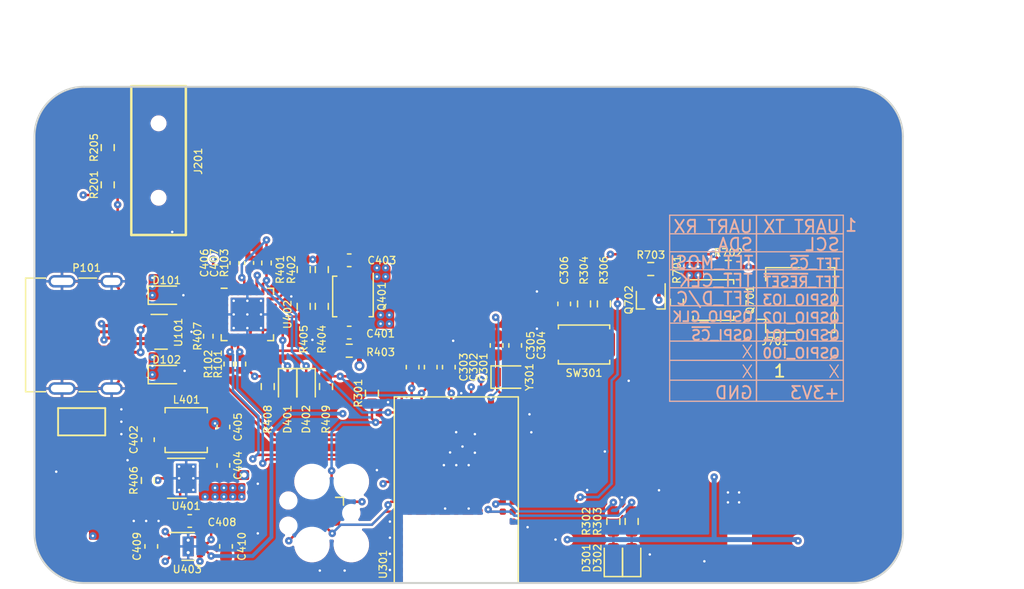
<source format=kicad_pcb>
(kicad_pcb (version 20240108) (generator "pcbnew") (generator_version "8.0")
  (title_block (comment 4 "AISLER Project ID: AHYFTQBI"))
  (layers (0 "F.Cu" signal "Front") (1 "In1.Cu" signal) (2 "In2.Cu" signal) (31 "B.Cu" signal "Back") (34 "B.Paste" user) (35 "F.Paste" user) (36 "B.SilkS" user "B.Silkscreen") (37 "F.SilkS" user "F.Silkscreen") (38 "B.Mask" user) (39 "F.Mask" user) (44 "Edge.Cuts" user))
  (net 0 "")
  (net 1 "GND")
  (net 2 "/D+")
  (net 3 "/D-")
  (net 4 "VBUS")
  (net 5 "/analog/probe0")
  (net 6 "/mcu/XL1")
  (net 7 "/mcu/XL2")
  (net 8 "/mcu/SWO")
  (net 9 "/mcu/SWCLK")
  (net 10 "+3V3")
  (net 11 "/mcu/~{MCU_RESET}")
  (net 12 "/mcu/SWDIO")
  (net 13 "Net-(C401-Pad2)")
  (net 14 "Net-(J701-Pin_2)")
  (net 15 "/fan_control/TACHO")
  (net 16 "Net-(D401-A)")
  (net 17 "Net-(D402-A)")
  (net 19 "/pwr_supply/CC1")
  (net 20 "/pwr_supply/CC2")
  (net 21 "/mcu/UART_TX")
  (net 22 "/mcu/UART_RX")
  (net 23 "+5V")
  (net 24 "/mcu/SDA")
  (net 25 "/mcu/SCL")
  (net 28 "Net-(Q401-G)")
  (net 30 "Net-(D301-A)")
  (net 31 "/pwr_supply/PDO3")
  (net 32 "Net-(D302-A)")
  (net 33 "/pwr_supply/PDO2")
  (net 34 "Net-(U401-SW)")
  (net 35 "VDD")
  (net 36 "/mcu/I2C_INT")
  (net 37 "/mcu/LED1")
  (net 38 "Net-(U401-BOOST)")
  (net 39 "Net-(U402-VREG_2V7)")
  (net 40 "Net-(U402-VREG_1V2)")
  (net 41 "Net-(U403-C1-)")
  (net 42 "Net-(U403-C1+)")
  (net 43 "Net-(Q701-G)")
  (net 44 "Net-(U402-VBUS_VS_DISCH)")
  (net 45 "Net-(U402-DISCH)")
  (net 46 "Net-(U402-VBUS_EN_SNK)")
  (net 47 "Net-(U401-RT)")
  (net 48 "Net-(U402-RESET)")
  (net 57 "/mcu/LED2")
  (net 58 "/fan_control/PWM")
  (net 60 "Net-(C306-Pad1)")
  (net 62 "/mcu/BUTTON")
  (footprint "Capacitor_SMD:C_0603_1608Metric" (layer "F.Cu") (at 138.75 80.85 -90)
    (property "Reference" "C304")
    (property "Value" "9p")
  )
  (footprint "Capacitor_SMD:C_0603_1608Metric" (layer "F.Cu") (at 125.37 73.985 180)
    (property "Reference" "C403")
    (property "Value" "1µ")
  )
  (footprint "Package_TO_SOT_SMD:SOT-323_SC-70" (layer "F.Cu") (at 149.6775 77.18 -90)
    (property "Reference" "Q702")
    (property "Value" "DMN61D9UWQ-13")
  )
  (footprint "Button_Switch_SMD:SW_Push_SPST_NO_Alps_SKRK" (layer "F.Cu") (at 144.3 80.775)
    (property "Reference" "SW301")
    (property "Value" "SW_Push")
  )
  (footprint "Resistor_SMD:R_0603_1608Metric" (layer "F.Cu") (at 151.7775 77.355 -90)
    (property "Reference" "R701")
    (property "Value" "4k7")
  )
  (footprint "mylib_connector:USB_C_Receptacle_Molex_C_24P_SMD_RA" (layer "F.Cu") (at 106.79 80 -90)
    (property "Reference" "P101")
    (property "Value" "USB_C_Plug_USB2.0")
  )
  (footprint "Package_SON:USON-10_2.5x1.0mm_P0.5mm" (layer "F.Cu") (at 110.2 79.75)
    (property "Reference" "U101")
    (property "Value" "TPD4E02B04DQA" (hide yes))
  )
  (footprint "mylib_connector:MJ-2523" (layer "F.Cu") (at 110 59.9445)
    (property "Reference" "J201")
    (property "Value" "AudioJack2_SwitchT" (hide yes))
  )
  (footprint "Capacitor_SMD:C_0603_1608Metric" (layer "F.Cu") (at 133.4 82.6 90)
    (property "Reference" "C301")
    (property "Value" "10µ")
  )
  (footprint "Resistor_SMD:R_0603_1608Metric" (layer "F.Cu") (at 121.7 77.7 -90)
    (property "Reference" "R405")
    (property "Value" "22k")
  )
  (footprint "LED_SMD:LED_0603_1608Metric" (layer "F.Cu") (at 121.9 84.2 -90)
    (property "Reference" "D402")
    (property "Value" "LED")
  )
  (footprint "LED_SMD:LED_0603_1608Metric" (layer "F.Cu") (at 146.663884 97.9975 90)
    (property "Reference" "D301")
    (property "Value" "LED")
  )
  (footprint "Capacitor_SMD:C_0603_1608Metric" (layer "F.Cu") (at 115.22625 90.52375 90)
    (property "Reference" "C404")
    (property "Value" "4µ7")
  )
  (footprint "Resistor_SMD:R_0603_1608Metric" (layer "F.Cu") (at 149.6775 74.69 180)
    (property "Reference" "R703")
    (property "Value" "4k7")
  )
  (footprint "Capacitor_SMD:C_0402_1005Metric" (layer "F.Cu") (at 116.12 74.2 90)
    (property "Reference" "C406")
    (property "Value" "1µ")
  )
  (footprint "Capacitor_SMD:C_0402_1005Metric" (layer "F.Cu") (at 117.3 74.2 90)
    (property "Reference" "C407")
    (property "Value" "1µ")
  )
  (footprint "mylib_ic:BL654-00001" (layer "F.Cu") (at 134 92.5 -90)
    (property "Reference" "U301")
    (property "Value" "BL654")
  )
  (footprint "Capacitor_SMD:C_0603_1608Metric" (layer "F.Cu") (at 131.94 82.6 90)
    (property "Reference" "C302")
    (property "Value" "100nF")
  )
  (footprint "Capacitor_SMD:C_0603_1608Metric" (layer "F.Cu") (at 115.4375 97.05 90)
    (property "Reference" "C410")
    (property "Value" "10µ")
  )
  (footprint "Resistor_SMD:R_0603_1608Metric" (layer "F.Cu") (at 109.13875 91.73375 90)
    (property "Reference" "R406")
    (property "Value" "215k")
  )
  (footprint "Capacitor_SMD:C_0603_1608Metric" (layer "F.Cu") (at 115.22625 87.42375 -90)
    (property "Reference" "C405")
    (property "Value" "22µ")
  )
  (footprint "LED_SMD:LED_0603_1608Metric" (layer "F.Cu") (at 148.138884 98 90)
    (property "Reference" "D302")
    (property "Value" "LED")
  )
  (footprint "Resistor_SMD:R_0603_1608Metric" (layer "F.Cu") (at 123.16 77.7 -90)
    (property "Reference" "R404")
    (property "Value" "100")
  )
  (footprint "Resistor_SMD:R_0603_1608Metric" (layer "F.Cu") (at 123.16 74.735 90)
    (property "Reference" "R402")
    (property "Value" "100k")
  )
  (footprint "mylib_ic:D_0604_1610Metric" (layer "F.Cu") (at 110.65 76.8)
    (property "Reference" "D101")
    (property "Value" "ESDA25P35")
  )
  (footprint "Resistor_SMD:R_0603_1608Metric" (layer "F.Cu") (at 121.7 74.735 90)
    (property "Reference" "R401")
    (property "Value" "1k")
  )
  (footprint "Resistor_SMD:R_0603_1608Metric" (layer "F.Cu") (at 146.663884 95.0375 90)
    (property "Reference" "R302")
    (property "Value" "1k")
  )
  (footprint "Capacitor_SMD:C_0603_1608Metric" (layer "F.Cu") (at 109.4125 97.05 -90)
    (property "Reference" "C409")
    (property "Value" "1µ")
  )
  (footprint "Resistor_SMD:R_0603_1608Metric" (layer "F.Cu") (at 118.8 84.1625 90)
    (property "Reference" "R408")
    (property "Value" "1k")
  )
  (footprint "Package_SON:WSON-8-1EP_2x2mm_P0.5mm_EP0.9x1.6mm_ThermalVias" (layer "F.Cu") (at 112.3875 97.05)
    (property "Reference" "U403")
    (property "Value" "LM2775DSG")
  )
  (footprint "mylib_ic:L_TDK_VLS6045EX_VLS6045AF" (layer "F.Cu") (at 112.22625 87.67375)
    (property "Reference" "L401")
    (property "Value" "15µ")
  )
  (footprint "Connector:Tag-Connect_TC2030-IDC-FP_2x03_P1.27mm_Vertical" (layer "F.Cu") (at 123 94.365 180)
    (property "Reference" "J301" (hide yes))
    (property "Value" "Conn_ARM_SWD_TagConnect_TC2030")
  )
  (footprint "mylib_ic:D_0604_1610Metric" (layer "F.Cu") (at 110.65 83.2)
    (property "Reference" "D102")
    (property "Value" "ESDA25P35")
  )
  (footprint "Package_DFN_QFN:QFN-24-1EP_4x4mm_P0.5mm_EP2.7x2.7mm_ThermalVias" (layer "F.Cu") (at 117.1575 78.35)
    (property "Reference" "U402")
    (property "Value" "STUSB4500QTR")
  )
  (footprint "mylib_ic:Vishay_PowerPAK_1212-8_Single" (layer "F.Cu") (at 125.67 76.9 -90)
    (property "Reference" "Q401")
    (property "Value" "SI7421DN-T1-E3")
  )
  (footprint "mylib_ic:Vishay_PowerPAK_1212-8_Single" (layer "F.Cu") (at 154.7275 77.19)
    (property "Reference" "Q701")
    (property "Value" "SI7421DN-T1-E3")
  )
  (footprint "Resistor_SMD:R_0603_1608Metric" (layer "F.Cu") (at 125.37 81.275)
    (property "Reference" "R403")
    (property "Value" "1k")
  )
  (footprint "Resistor_SMD:R_0603_1608Metric" (layer "F.Cu") (at 148.138884 95.04 90)
    (property "Reference" "R303")
    (property "Value" "1k")
  )
  (footprint "Resistor_SMD:R_0603_1608Metric" (layer "F.Cu") (at 145.9 77.5 -90)
    (property "Reference" "R306")
    (property "Value" "330")
  )
  (footprint "Resistor_SMD:R_0603_1608Metric" (layer "F.Cu") (at 127.2 84.7 -90)
    (property "Reference" "R301")
    (property "Value" "4k7")
  )
  (footprint "Capacitor_SMD:C_0603_1608Metric" (layer "F.Cu") (at 137.25 80.85 90)
    (property "Reference" "C305")
    (property "Value" "9p")
  )
  (footprint "Capacitor_SMD:C_0603_1608Metric" (layer "F.Cu") (at 112.5125 95 180)
    (property "Reference" "C408")
    (property "Value" "10µ")
  )
  (footprint "Package_DFN_QFN:DFN-10-1EP_3x3mm_P0.5mm_EP1.65x2.38mm_ThermalVias" (layer "F.Cu") (at 112.22625 91.55875 180)
    (property "Reference" "U401")
    (property "Value" "LT3973-3.3")
  )
  (footprint "Resistor_SMD:R_0603_1608Metric" (layer "F.Cu") (at 123.5 84.1625 90)
    (property "Reference" "R409")
    (property "Value" "1k")
  )
  (footprint "Resistor_SMD:R_0603_1608Metric" (layer "F.Cu") (at 144.3 77.5 90)
    (property "Reference" "R304")
    (property "Value" "47k")
  )
  (footprint "mylib_connector:Molex_Pico-Clasp_202396-0307_1x03-1MP_P1.00mm_Horizontal" (layer "F.Cu") (at 160.9275 77.19 90)
    (property "Reference" "J701")
    (property "Value" "Conn_01x03")
  )
  (footprint "Resistor_SMD:R_0603_1608Metric" (layer "F.Cu") (at 105.9 64.9 90)
    (property "Reference" "R205")
    (property "Value" "3k4")
  )
  (footprint "Resistor_SMD:R_0402_1005Metric" (layer "F.Cu") (at 115.66 82.35 90)
    (property "Reference" "R102")
    (property "Value" "4k7")
  )
  (footprint "Capacitor_SMD:C_0603_1608Metric" (layer "F.Cu") (at 130.48 82.6 90)
    (property "Reference" "C303")
    (property "Value" "4µ7")
  )
  (footprint "Resistor_SMD:R_0603_1608Metric" (layer "F.Cu") (at 155.9275 74.52)
    (property "Reference" "R702")
    (property "Value" "4k7")
  )
  (footprint "Resistor_SMD:R_0402_1005Metric" (layer "F.Cu") (at 114.01 80.11 -90)
    (property "Reference" "R407")
    (property "Value" "100k")
  )
  (footprint "Resistor_SMD:R_0603_1608Metric" (layer "F.Cu") (at 105.9 67.9 90)
    (property "Reference" "R201")
    (property "Value" "4k42")
  )
  (footprint "Capacitor_SMD:C_0603_1608Metric" (layer "F.Cu") (at 125.37 79.815 180)
    (property "Reference" "C401")
    (property "Value" "100nF")
  )
  (footprint "Resistor_SMD:R_0402_1005Metric" (layer "F.Cu") (at 118.7 74.2 -90)
    (property "Reference" "R103")
    (property "Value" "4k7")
  )
  (footprint "Resistor_SMD:R_0402_1005Metric" (layer "F.Cu") (at 116.64 82.35 90)
    (property "Reference" "R101")
    (property "Value" "4k7")
  )
  (footprint "TestPoint:TestPoint_Keystone_5015_Micro-Minature" (layer "F.Cu") (at 103.8 87)
    (property "Reference" "TP401" (hide yes))
    (property "Value" "TestPoint")
  )
  (footprint "mylib_ic:CM8V-T1A-2Pin_2.0x1.2mm" (layer "F.Cu") (at 138 83.4)
    (property "Reference" "Y301")
    (property "Value" "Crystal")
  )
  (footprint "LED_SMD:LED_0603_1608Metric" (layer "F.Cu") (at 120.4 84.2 -90)
    (property "Reference" "D401")
    (property "Value" "LED")
  )
  (footprint "Capacitor_SMD:C_0603_1608Metric" (layer "F.Cu") (at 109.13875 88.44875 90)
    (property "Reference" "C402")
    (property "Value" "0.47µ")
  )
  (footprint "Capacitor_SMD:C_0603_1608Metric" (layer "F.Cu") (at 142.7 77.5 -90)
    (property "Reference" "C306")
    (property "Value" "100nF")
  )
  (gr_line (start 151.2 70.35) (end 151.2 85.35) (stroke (width 0.1)) (layer "B.SilkS"))
  (gr_line (start 158.2 80.5) (end 165.2 80.5) (stroke (width 0.1)) (layer "B.SilkS"))
  (gr_line (start 165.2 70.35) (end 158.2 70.35) (stroke (width 0.1)) (layer "B.SilkS"))
  (gr_line (start 158.2 70.35) (end 151.2 70.35) (stroke (width 0.1)) (layer "B.SilkS"))
  (gr_line (start 151.2 74.75) (end 158.2 74.75) (stroke (width 0.1)) (layer "B.SilkS"))
  (gr_line (start 151.2 77.65) (end 158.2 77.65) (stroke (width 0.1)) (layer "B.SilkS"))
  (gr_line (start 151.2 73.3) (end 158.2 73.3) (stroke (width 0.1)) (layer "B.SilkS"))
  (gr_line (start 151.2 76.2) (end 158.2 76.2) (stroke (width 0.1)) (layer "B.SilkS"))
  (gr_line (start 158.2 85.35) (end 158.2 70.35) (stroke (width 0.1)) (layer "B.SilkS"))
  (gr_line (start 158.2 70.35) (end 158.2 85.35) (stroke (width 0.1)) (layer "B.SilkS"))
  (gr_line (start 158.2 77.65) (end 165.2 77.65) (stroke (width 0.1)) (layer "B.SilkS"))
  (gr_line (start 151.2 80.5) (end 158.2 80.5) (stroke (width 0.1)) (layer "B.SilkS"))
  (gr_line (start 151.2 71.85) (end 158.2 71.85) (stroke (width 0.1)) (layer "B.SilkS"))
  (gr_line (start 151.2 85.35) (end 158.2 85.35) (stroke (width 0.1)) (layer "B.SilkS"))
  (gr_line (start 158.2 76.2) (end 165.2 76.2) (stroke (width 0.1)) (layer "B.SilkS"))
  (gr_line (start 151.2 79.05) (end 158.2 79.05) (stroke (width 0.1)) (layer "B.SilkS"))
  (gr_line (start 158.2 79.05) (end 165.2 79.05) (stroke (width 0.1)) (layer "B.SilkS"))
  (gr_line (start 158.2 85.35) (end 165.2 85.35) (stroke (width 0.1)) (layer "B.SilkS"))
  (gr_line (start 151.2 82.05) (end 165.2 82.05) (stroke (width 0.1)) (layer "B.SilkS"))
  (gr_line (start 151.2 83.65) (end 165.2 83.65) (stroke (width 0.1)) (layer "B.SilkS"))
  (gr_line (start 158.2 73.3) (end 165.2 73.3) (stroke (width 0.1)) (layer "B.SilkS"))
  (gr_line (start 165.2 85.35) (end 165.2 70.35) (stroke (width 0.1)) (layer "B.SilkS"))
  (gr_line (start 158.2 71.85) (end 165.2 71.85) (stroke (width 0.1)) (layer "B.SilkS"))
  (gr_line (start 158.2 74.75) (end 165.2 74.75) (stroke (width 0.1)) (layer "B.SilkS"))
  (gr_arc (start 166 60) (mid 168.828427 61.171573) (end 170 64) (stroke (width 0.16)) (layer "Edge.Cuts"))
  (gr_line (start 104 100) (end 166 100) (stroke (width 0.16)) (layer "Edge.Cuts"))
  (gr_arc (start 104 100) (mid 101.171573 98.828427) (end 100 96) (stroke (width 0.16)) (layer "Edge.Cuts"))
  (gr_arc (start 170 96) (mid 168.828427 98.828427) (end 166 100) (stroke (width 0.16)) (layer "Edge.Cuts"))
  (gr_line (start 170 96) (end 170 64) (stroke (width 0.16)) (layer "Edge.Cuts"))
  (gr_arc (start 100 64) (mid 101.171573 61.171573) (end 104 60) (stroke (width 0.16)) (layer "Edge.Cuts"))
  (gr_line (start 100 64) (end 100 96) (stroke (width 0.16)) (layer "Edge.Cuts"))
  (gr_line (start 166 60) (end 104 60) (stroke (width 0.16)) (layer "Edge.Cuts"))
  (gr_text "QSPI_~{CS}" (at 158 80.5 0) (layer "B.SilkS") (effects (font (size 0.8 0.8)) (justify left bottom mirror)))
  (gr_text "TFT_D/C\n" (at 158 77.65 0) (layer "B.SilkS") (effects (font (size 1 1)) (justify left bottom mirror)))
  (gr_text "TFT_CLK" (at 158 76.2 0) (layer "B.SilkS") (effects (font (size 1 1)) (justify left bottom mirror)))
  (gr_text "UART RX" (at 158 71.85 0) (layer "B.SilkS") (effects (font (size 1 1)) (justify left bottom mirror)))
  (gr_text "QSPIO_CLK" (at 158 79 0) (layer "B.SilkS") (effects (font (size 0.8 0.8) (thickness 0.15) (bold yes)) (justify left bottom mirror)))
  (gr_text "X" (at 158 83.55 0) (layer "B.SilkS") (effects (font (size 1 1) (thickness 0.1) (bold yes)) (justify left bottom mirror)))
  (gr_text "TFT_~{CS}" (at 165.05 74.75 0) (layer "B.SilkS") (effects (font (size 0.8 0.8) (thickness 0.15) (bold yes)) (justify left bottom mirror)))
  (gr_text "+3V3" (at 165 85.25 0) (layer "B.SilkS") (effects (font (size 1 1)) (justify left bottom mirror)))
  (gr_text "X" (at 158 81.95 0) (layer "B.SilkS") (effects (font (size 1 1) (thickness 0.1) (bold yes)) (justify left bottom mirror)))
  (gr_text "UART TX" (at 165 71.85 0) (layer "B.SilkS") (effects (font (size 1 1)) (justify left bottom mirror)))
  (gr_text "SDA" (at 158 73.3 0) (layer "B.SilkS") (effects (font (size 1 1)) (justify left bottom mirror)))
  (gr_text "QSPIO_IO1" (at 165 80.5 0) (layer "B.SilkS") (effects (font (size 0.8 0.8) (thickness 0.15) (bold yes)) (justify left bottom mirror)))
  (gr_text "GND" (at 158 85.25 0) (layer "B.SilkS") (effects (font (size 1 1)) (justify left bottom mirror)))
  (gr_text "X" (at 165 83.55 0) (layer "B.SilkS") (effects (font (size 1 1) (thickness 0.1) (bold yes)) (justify left bottom mirror)))
  (gr_text "SCL\n" (at 165 73.3 0) (layer "B.SilkS") (effects (font (size 1 1)) (justify left bottom mirror)))
  (gr_text "TFT_MOSI" (at 158.05 74.75 0) (layer "B.SilkS") (effects (font (size 1 1)) (justify left bottom mirror)))
  (gr_text "QSPIO_IO0" (at 165 81.95 0) (layer "B.SilkS") (effects (font (size 0.8 0.8)) (justify left bottom mirror)))
  (gr_text "QSPIO_IO3" (at 165 77.65 0) (layer "B.SilkS") (effects (font (size 0.8 0.8) (thickness 0.15) (bold yes)) (justify left bottom mirror)))
  (gr_text "TFT_~{RESET}" (at 165 76.2 0) (layer "B.SilkS") (effects (font (size 0.8 0.8) (thickness 0.15) (bold yes)) (justify left bottom mirror)))
  (gr_text "1" (at 166.4 71.75 0) (layer "B.SilkS") (effects (font (size 1 1)) (justify left bottom mirror)))
  (gr_text "QSPIO_IO2" (at 165 79.1 0) (layer "B.SilkS") (effects (font (size 0.8 0.8)) (justify left bottom mirror)))
  (gr_text "1" (at 159.5 83.5 0) (layer "F.SilkS") (effects (font (size 1 1)) (justify left bottom)))
  (segment (start 102.475 85.45) (end 102.215 85.19) (width 0.2) (layer "F.Cu") (net 1))
  (segment (start 102.57 91.03) (end 102.57 91.995) (width 0.2) (layer "F.Cu") (net 1))
  (segment (start 112.1 82.9) (end 111.8 83.2) (width 0.2) (layer "F.Cu") (net 1))
  (segment (start 117.4075 80.3125) (end 117.4075 78.6) (width 0.2) (layer "F.Cu") (net 1))
  (segment (start 142 95.3) (end 142 96.5) (width 0.2) (layer "F.Cu") (net 1))
  (segment (start 156.848884 98.475) (end 154.225 98.475) (width 0.2) (layer "F.Cu") (net 1))
  (segment (start 135.25 94.25) (end 135.875 94.25) (width 0.2) (layer "F.Cu") (net 1))
  (segment (start 126.85 61.6445) (end 126.85 64.075) (width 0.2) (layer "F.Cu") (net 1))
  (segment (start 111.7375 93.75) (end 111.7375 93.5) (width 0.2) (layer "F.Cu") (net 1))
  (segment (start 133.75 80.475) (end 133.91 80.315) (width 0.2) (layer "F.Cu") (net 1))
  (segment (start 133.4 80.825) (end 133.75 80.475) (width 0.2) (layer "F.Cu") (net 1))
  (segment (start 142.2 79.475) (end 142.7 78.975) (width 0.2) (layer "F.Cu") (net 1))
  (segment (start 147.688884 92.761116) (end 147.35 93.1) (width 0.2) (layer "F.Cu") (net 1))
  (segment (start 112.6375 96.3) (end 112.3875 96.55) (width 0.2) (layer "F.Cu") (net 1))
  (segment (start 137.25 80.075) (end 133.91 80.075) (width 0.2) (layer "F.Cu") (net 1))
  (segment (start 107.5 93.5) (end 107.5 90.1) (width 0.2) (layer "F.Cu") (net 1))
  (segment (start 139.75 86.25) (end 139.9 86.4) (width 0.2) (layer "F.Cu") (net 1))
  (segment (start 103.6 85.45) (end 102.475 85.45) (width 0.2) (layer "F.Cu") (net 1))
  (segment (start 139.3 95.05) (end 139.75 95.5) (width 0.2) (layer "F.Cu") (net 1))
  (segment (start 133.35 94.25) (end 134 94.25) (width 0.2) (layer "F.Cu") (net 1))
  (segment (start 156.188884 94) (end 155.888884 94) (width 0.2) (layer "F.Cu") (net 1))
  (segment (start 156.625 64.075) (end 156.85 63.85) (width 0.2) (layer "F.Cu") (net 1))
  (segment (start 136.75 64.075) (end 135.9 64.075) (width 0.2) (layer "F.Cu") (net 1))
  (segment (start 150.098884 92.768607) (end 150.098884 93.8375) (width 0.2) (layer "F.Cu") (net 1))
  (segment (start 106.45 95.1) (end 106.45 96.2) (width 0.2) (layer "F.Cu") (net 1))
  (segment (start 111.275 76.8) (end 112 76.8) (width 0.2) (layer "F.Cu") (net 1))
  (segment (start 111.4555 71.3445) (end 113.3 71.3445) (width 0.2) (layer "F.Cu") (net 1))
  (segment (start 156.488884 92.5) (end 155.888884 93.1) (width 0.2) (layer "F.Cu") (net 1))
  (segment (start 149.598884 97.99) (end 149.598884 97.701116) (width 0.2) (layer "F.Cu") (net 1))
  (segment (start 111.7375 95.7375) (end 111.85 95.85) (width 0.2) (layer "F.Cu") (net 1))
  (segment (start 158.373884 95.873884) (end 158.025 95.525) (width 0.2) (layer "F.Cu") (net 1))
  (segment (start 156.468884 88.7) (end 156.938884 88.7) (width 0.2) (layer "F.Cu") (net 1))
  (segment (start 144.375502 92.325002) (end 140.325002 92.325002) (width 0.2) (layer "F.Cu") (net 1))
  (segment (start 155.888884 93.1) (end 155.888884 93.488884) (width 0.2) (layer "F.Cu") (net 1))
  (segment (start 148.8525 75.3575) (end 148.8525 74.69) (width 0.3) (layer "F.Cu") (net 1))
  (segment (start 112.80125 92.49875) (end 112.80125 91.55875) (width 0.2) (layer "F.Cu") (net 1))
  (segment (start 112.3875 95.9875) (end 112.3875 96.55) (width 0.2) (layer "F.Cu") (net 1))
  (segment (start 113.67625 90.55875) (end 114.41625 90.55875) (width 0.2) (layer "F.Cu") (net 1))
  (segment (start 138.75 80.075) (end 137.25 80.075) (width 0.2) (layer "F.Cu") (net 1))
  (segment (start 154.288884 94) (end 153.368884 94) (width 0.2) (layer "F.Cu") (net 1))
  (segment (start 149.6 97.7) (end 149.598884 97.698884) (width 0.2) (layer "F.Cu") (net 1))
  (segment (start 112.25 95.85) (end 112.3875 95.9875) (width 0.2) (layer "F.Cu") (net 1))
  (segment (start 155.9 64.075) (end 156.625 64.075) (width 0.2) (layer "F.Cu") (net 1))
  (segment (start 106.79 83.745) (end 106.215 84.32) (width 0.2) (layer "F.Cu") (net 1))
  (segment (start 136.8 86.37) (end 136.4 86.77) (width 0.2) (layer "F.Cu") (net 1))
  (segment (start 136.4 87.8) (end 135 89.2) (width 0.2) (layer "F.Cu") (net 1))
  (segment (start 111.7375 95) (end 111.7375 95.7375) (width 0.2) (layer "F.Cu") (net 1))
  (segment (start 133.4 81.825) (end 131.94 81.825) (width 0.2) (layer "F.Cu") (net 1))
  (segment (start 115.4375 96.275) (end 115.4375 94.5) (width 0.2) (layer "F.Cu") (net 1))
  (segment (start 131.75 87.15) (end 131.75 88.25) (width 0.2) (layer "F.Cu") (net 1))
  (segment (start 138.55 95.05) (end 139.3 95.05) (width 0.2) (layer "F.Cu") (net 1))
  (segment (start 136.4 86.77) (end 136.4 87.8) (width 0.2) (layer "F.Cu") (net 1))
  (segment (start 115.4375 94.25) (end 114.9375 93.75) (width 0.2) (layer "F.Cu") (net 1))
  (segment (start 112.65 80.15) (end 113.12 80.62) (width 0.2) (layer "F.Cu") (net 1))
  (segment (start 102.57 91.03) (end 101.75 91.03) (width 0.2) (layer "F.Cu") (net 1))
  (segment (start 137.275 89.925) (end 135 89.925) (width 0.2) (layer "F.Cu") (net 1))
  (segment (start 132.97 89.47) (end 133.495 89.47) (width 0.2) (layer "F.Cu") (net 1))
  (segment (start 133.91 80.075) (end 133.91 79) (width 0.2) (layer "F.Cu") (net 1))
  (segment (start 109.13875 90.90875) (end 108.30875 90.90875) (width 0.2) (layer "F.Cu") (net 1))
  (segment (start 133.495 89.47) (end 133.5 89.475) (width 0.2) (layer "F.Cu") (net 1))
  (segment (start 111.7375 92.585) (end 111.65125 92.49875) (width 0.2) (layer "F.Cu") (net 1))
  (segment (start 108.30875 90.90875) (end 107.5 90.1) (width 0.2) (layer "F.Cu") (net 1))
  (segment (start 111.85 95.85) (end 112.25 95.85) (width 0.2) (layer "F.Cu") (net 1))
  (segment (start 147.688884 92.3) (end 147.688884 92.761116) (width 0.2) (layer "F.Cu") (net 1))
  (segment (start 106.79 76.255) (end 106.215 75.68) (width 0.2) (layer "F.Cu") (net 1))
  (segment (start 128.5255 85.45) (end 129.6 85.45) (width 0.2) (layer "F.Cu") (net 1))
  (segment (start 147.888884 98.7875) (end 148.801384 98.7875) (width 0.2) (layer "F.Cu") (net 1))
  (segment (start 106.05 94.2) (end 107.05 94.2) (width 0.2) (layer "F.Cu") (net 1))
  (segment (start 116.625 64.075) (end 116.85 63.85) (width 0.2) (layer "F.Cu") (net 1))
  (segment (start 133.505 89.47) (end 135 89.47) (width 0.2) (layer "F.Cu") (net 1))
  (segment (start 155.888884 94) (end 154.288884 94) (width 0.2) (layer "F.Cu") (net 1))
  (segment (start 129.45 97.65) (end 129.45 96.35) (width 0.2) (layer "F.Cu") (net 1))
  (segment (start 106.215 84.32) (end 102.215 84.32) (width 0.25) (layer "F.Cu") (net 1))
  (segment (start 119.12 79.6) (end 118.4075 79.6) (width 0.2) (layer "F.Cu") (net 1))
  (segment (start 147.898884 89.8) (end 146.3755 89.8) (width 0.2) (layer "F.Cu") (net 1))
  (segment (start 146.888884 92.05) (end 146.248884 92.05) (width 0.2) (layer "F.Cu") (net 1))
  (segment (start 156.478884 87.3) (end 156.478884 86.325) (width 0.2) (layer "F.Cu") (net 1))
  (segment (start 133.775 78.865) (end 133.775 77.25) (width 0.2) (layer "F.Cu") (net 1))
  (segment (start 104.93 91.03) (end 104.93 90.1) (width 0.2) (layer "F.Cu") (net 1))
  (segment (start 156.488884 91.46) (end 156.488884 92.5) (width 0.2) (layer "F.Cu") (net 1))
  (segment (start 145.9 64.075) (end 146.625 64.075) (width 0.2) (layer "F.Cu") (net 1))
  (segment (start 129.45 95.05) (end 128.65 95.05) (width 0.2) (layer "F.Cu") (net 1))
  (segment (start 133.1 94) (end 133.35 94.25) (width 0.2) (layer "F.Cu") (net 1))
  (segment (start 139.05 91.05) (end 138.55 91.05) (width 0.2) (layer "F.Cu") (net 1))
  (segment (start 106.79 83.2) (end 106.79 83.745) (width 0.2) (layer "F.Cu") (net 1))
  (segment (start 115.22625 89.74875) (end 115.22625 88.19875) (width 0.2) (layer "F.Cu") (net 1))
  (segment (start 147.138884 92.3) (end 146.888884 92.05) (width 0.2) (layer "F.Cu") (net 1))
  (segment (start 147.898884 89.8) (end 149.048884 89.8) (width 0.2) (layer "F.Cu") (net 1))
  (segment (start 133.91 80.315) (end 133.91 80.075) (width 0.2) (layer "F.Cu") (net 1))
  (segment (start 106.215 75.68) (end 102.215 75.68) (width 0.25) (layer "F.Cu") (net 1))
  (segment (start 136.75 64.075) (end 136.85 63.975) (width 0.2) (layer "F.Cu") (net 1))
  (segment (start 104.95 93.3) (end 104.95 93.8) (width 0.2) (layer "F.Cu") (net 1))
  (segment (start 135 89.2) (end 135 89.47) (width 0.2) (layer "F.Cu") (net 1))
  (segment (start 102.57 90.53) (end 102.57 91.03) (width 0.2) (layer "F.Cu") (net 1))
  (segment (start 138.55 86.25) (end 139.75 86.25) (width 0.2) (layer "F.Cu") (net 1))
  (segment (start 156.478884 86.325) (end 158.513884 86.325) (width 0.2) (layer "F.Cu") (net 1))
  (segment (start 135 94) (end 134.75 94.25) (width 0.2) (layer "F.Cu") (net 1))
  (segment (start 113.12 80.62) (end 114.01 80.62) (width 0.2) (layer "F.Cu") (net 1))
  (segment (start 132.85 94.25) (end 132.125 94.25) (width 0.2) (layer "F.Cu") (net 1))
  (segment (start 151.848884 85.05) (end 151.848884 85.8) (width 0.2) (layer "F.Cu") (net 1))
  (segment (start 107.5 93.75) (end 107.5 93.5) (width 0.2) (layer "F.Cu") (net 1))
  (segment (start 134.4 85.45) (end 134.4 84.7) (width 0.2) (layer "F.Cu") (net 1))
  (segment (start 103 90.1) (end 102.57 90.53) (width 0.2) (layer "F.Cu") (net 1))
  (segment (start 104.95 93.8) (end 105.35 94.2) (width 0.2) (layer "F.Cu") (net 1))
  (segment (start 133.1 94) (end 132.85 94.25) (width 0.2) (layer "F.Cu") (net 1))
  (segment (start 103.8 87) (end 103.8 85.65) (width 0.2) (layer "F.Cu") (net 1))
  (segment (start 152.248884 85.05) (end 152.248884 85.8) (width 0.2) (layer "F.Cu") (net 1))
  (segment (start 115.4375 94.5) (end 115.4375 94.25) (width 0.2) (layer "F.Cu") (net 1))
  (segment (start 149.0275 75.5325) (end 148.8525 75.3575) (width 0.3) (layer "F.Cu") (net 1))
  (segment (start 129.45 97.65) (end 128.65 97.65) (width 0.2) (layer "F.Cu") (net 1))
  (segment (start 150.598884 94.6375) (end 151.151384 94.6375) (width 0.2) (layer "F.Cu") (net 1))
  (segment (start 156.848884 94.66) (end 156.188884 94) (width 0.2) (layer "F.Cu") (net 1))
  (segment (start 129.45 98.95) (end 129.45 97.65) (width 0.2) (layer "F.Cu") (net 1))
  (segment (start 131.75 88.25) (end 132.97 89.47) (width 0.2) (layer "F.Cu") (net 1))
  (segment (start 112.65 79.75) (end 110.585 79.75) (width 0.2) (layer "F.Cu") (net 1))
  (segment (start 142.7 78.975) (end 142.7 78.275) (width 0.2) (layer "F.Cu") (net 1))
  (segment (start 107.05 94.2) (end 107.5 93.75) (width 0.2) (layer "F.Cu") (net 1))
  (segment (start 116.85 63.85) (end 116.85 61.6445) (width 0.2) (layer "F.Cu") (net 1))
  (segment (start 156.848884 95.525) (end 156.848884 94.66) (width 0.2) (layer "F.Cu") (net 1))
  (segment (start 155.9 93.5) (end 155.888884 93.511116) (width 0.2) (layer "F.Cu") (net 1))
  (segment (start 149.598884 97.701116) (end 149.6 97.7) (width 0.2) (layer "F.Cu") (net 1))
  (segment (start 158.373884 97) (end 158.373884 95.873884) (width 0.2) (layer "F.Cu") (net 1))
  (segment (start 135 94) (end 135.25 94.25) (width 0.2) (layer "F.Cu") (net 1))
  (segment (start 111.7375 93.5) (end 111.7375 92.585) (width 0.2) (layer "F.Cu") (net 1))
  (segment (start 149.0275 76.18) (end 149.0275 75.5325) (width 0.3) (layer "F.Cu") (net 1))
  (segment (start 156.478884 86.325) (end 156.478884 85.35) (width 0.2) (layer "F.Cu") (net 1))
  (segment (start 106.45 94.6) (end 106.05 94.2) (width 0.2) (layer "F.Cu") (net 1))
  (segment (start 135 89.47) (end 135 89.925) (width 0.2) (layer "F.Cu") (net 1))
  (segment (start 112.65 79.75) (end 112.65 80.15) (width 0.2) (layer "F.Cu") (net 1))
  (segment (start 113.3375 96.3) (end 112.6375 96.3) (width 0.2) (layer "F.Cu") (net 1))
  (segment (start 151.788884 94) (end 152.448884 94) (width 0.2) (layer "F.Cu") (net 1))
  (segment (start 156.848884 98.475) (end 158.025 98.475) (width 0.2) (layer "F.Cu") (net 1))
  (segment (start 131.2 86.6) (end 131.75 87.15) (width 0.2) (layer "F.Cu") (net 1))
  (segment (start 148.801384 98.7875) (end 149.598884 97.99) (width 0.2) (layer "F.Cu") (net 1))
  (segment (start 106.625 64.075) (end 106.85 63.85) (width 0.2) (layer "F.Cu") (net 1))
  (segment (start 158.025 95.525) (end 156.848884 95.525) (width 0.2) (layer "F.Cu") (net 1))
  (segment (start 155.888884 93.488884) (end 155.9 93.5) (width 0.2) (layer "F.Cu") (net 1))
  (segment (start 156.468884 91.46) (end 156.468884 88.7) (width 0.2) (layer "F.Cu") (net 1))
  (segment (start 125.9 64.075) (end 126.85 64.075) (width 0.2) (layer "F.Cu") (net 1))
  (segment (start 106.85 63.85) (end 106.85 61.6445) (width 0.2) (layer "F.Cu") (net 1))
  (segment (start 133.5 89.475) (end 133.505 89.47) (width 0.2) (layer "F.Cu") (net 1))
  (segment (start 146.625 64.075) (end 146.85 63.85) (width 0.2) (layer "F.Cu") (net 1))
  (segment (start 121.73 93.73) (end 120.96 94.5) (width 0.2) (layer "F.Cu") (net 1))
  (segment (start 103.8 90.1) (end 103 90.1) (width 0.2) (layer "F.Cu") (net 1))
  (segment (start 128.5 85.4245) (end 128.5255 85.45) (width 0.2) (layer "F.Cu") (net 1))
  (segment (start 129.45 96.35) (end 128.65 96.35) (width 0.2) (layer "F.Cu") (net 1))
  (segment (start 156.498884 85.35) (end 156.498884 82.775) (width 0.2) (layer "F.Cu") (net 1))
  (segment (start 157.088884 88.85) (end 157.788884 88.85) (width 0.2) (layer "F.Cu") (net 1))
  (segment (start 158.025 98.475) (end 158.373884 98.126116) (width 0.2) (layer "F.Cu") (net 1))
  (segment (start 131.2 86.25) (end 131.2 86.6) (width 0.2) (layer "F.Cu") (net 1))
  (segment (start 118.4075 80.3125) (end 118.4075 79.6) (width 0.2) (layer "F.Cu") (net 1))
  (segment (start 149.598884 97.698884) (end 149.598884 94.6375) (width 0.2) (layer "F.Cu") (net 1))
  (segment (start 120.96 94.5) (end 115.4375 94.5) (width 0.2) (layer "F.Cu") (net 1))
  (segment (start 158.888884 86.7) (end 158.888884 87.45) (width 0.2) (layer "F.Cu") (net 1))
  (segment (start 103.8 87) (end 103.8 90.1) (width 0.2) (layer "F.Cu") (net 1))
  (segment (start 144.5505 92.5) (end 144.375502 92.325002) (width 0.2) (layer "F.Cu") (net 1))
  (segment (start 138.55 87.85) (end 140.05 87.85) (width 0.2) (layer "F.Cu") (net 1))
  (segment (start 115.9 64.075) (end 116.625 64.075) (width 0.2) (layer "F.Cu") (net 1))
  (segment (start 155.888884 93.511116) (end 155.888884 94) (width 0.2) (layer "F.Cu") (net 1))
  (segment (start 107.5 90.1) (end 104.93 90.1) (width 0.2) (layer "F.Cu") (net 1))
  (segment (start 140.325002 92.325002) (end 139.05 91.05) (width 0.2) (layer "F.Cu") (net 1))
  (segment (start 154.225 98.475) (end 154 98.25) (width 0.2) (layer "F.Cu") (net 1))
  (segment (start 103.8 85.65) (end 103.6 85.45) (width 0.2) (layer "F.Cu") (net 1))
  (segment (start 109.815 79.75) (end 110.585 79.75) (width 0.2) (layer "F.Cu") (net 1))
  (segment (start 148.138884 98.7875) (end 146.666384 98.7875) (width 0.2) (layer "F.Cu") (net 1))
  (segment (start 114.9375 93.75) (end 111.7375 93.75) (width 0.2) (layer "F.Cu") (net 1))
  (segment (start 111.8 83.2) (end 111.275 83.2) (width 0.2) (layer "F.Cu") (net 1))
  (segment (start 134.75 94.25) (end 134 94.25) (width 0.2) (layer "F.Cu") (net 1))
  (segment (start 146.3755 89.8) (end 145.9755 89.4) (width 0.2) (layer "F.Cu") (net 1))
  (segment (start 111.1 71.7) (end 111.4555 71.3445) (width 0.2) (layer "F.Cu") (net 1))
  (segment (start 135 89.925) (end 135 91.85) (width 0.2) (layer "F.Cu") (net 1))
  (segment (start 133.4 81.825) (end 133.4 80.825) (width 0.2) (layer "F.Cu") (net 1))
  (segment (start 135 94) (end 135 91.85) (width 0.2) (layer "F.Cu") (net 1))
  (segment (start 102.215 85.19) (end 102.215 84.32) (width 0.2) (layer "F.Cu") (net 1))
  (segment (start 107.5 93.5) (end 111.7375 93.5) (width 0.2) (layer "F.Cu") (net 1))
  (segment (start 142.2 80.775) (end 142.2 79.475) (width 0.2) (layer "F.Cu") (net 1))
  (segment (start 158.373884 98.126116) (end 158.373884 97) (width 0.2) (layer "F.Cu") (net 1))
  (segment (start 105.9 64.075) (end 106.625 64.075) (width 0.2) (layer "F.Cu") (net 1))
  (segment (start 104.93 90.1) (end 103.8 90.1) (width 0.2) (layer "F.Cu") (net 1))
  (segment (start 114.41625 90.55875) (end 115.22625 89.74875) (width 0.2) (layer "F.Cu") (net 1))
  (segment (start 106.79 76.8) (end 106.79 76.255) (width 0.2) (layer "F.Cu") (net 1))
  (segment (start 111.7375 95) (end 111.7375 93.75) (width 0.2) (layer "F.Cu") (net 1))
  (segment (start 158.513884 86.325) (end 158.888884 86.7) (width 0.2) (layer "F.Cu") (net 1))
  (segment (start 136.85 63.975) (end 136.85 61.6445) (width 0.2) (layer "F.Cu") (net 1))
  (segment (start 147.688884 92.3) (end 147.138884 92.3) (width 0.2) (layer "F.Cu") (net 1))
  (segment (start 156.938884 88.7) (end 157.088884 88.85) (width 0.2) (layer "F.Cu") (net 1))
  (segment (start 106.45 95.1) (end 106.45 94.6) (width 0.2) (layer "F.Cu") (net 1))
  (segment (start 146.85 63.85) (end 146.85 61.6445) (width 0.2) (layer "F.Cu") (net 1))
  (segment (start 153.368884 94) (end 152.448884 94) (width 0.2) (layer "F.Cu") (net 1))
  (segment (start 137.75 89.45) (end 137.275 89.925) (width 0.2) (layer "F.Cu") (net 1))
  (segment (start 156.85 63.85) (end 156.85 61.6445) (width 0.2) (layer "F.Cu") (net 1))
  (segment (start 150.342491 92.525) (end 150.098884 92.768607) (width 0.2) (layer "F.Cu") (net 1))
  (segment (start 151.151384 94.6375) (end 151.788884 94) (width 0.2) (layer "F.Cu") (net 1))
  (segment (start 137.75 91.85) (end 135 91.85) (width 0.2) (layer "F.Cu") (net 1))
  (segment (start 129.45 96.35) (end 129.45 95.05) (width 0.2) (layer "F.Cu") (net 1))
  (segment (start 131.94 81.825) (end 130.48 81.825) (width 0.2) (layer "F.Cu") (net 1))
  (segment (start 137.75 91.85) (end 138.55 91.05) (width 0.2) (layer "F.Cu") (net 1))
  (segment (start 129.45 98.95) (end 128.65 98.95) (width 0.2) (layer "F.Cu") (net 1))
  (via (at 107 88) (size 0.6) (drill 0.2) (layers "F.Cu" "B.Cu") (net 1))
  (via (at 147.9 83.7) (size 0.6) (drill 0.2) (layers "F.Cu" "B.Cu") (net 1))
  (via (at 142 96.5) (size 0.6) (drill 0.2) (layers "F.Cu" "B.Cu") (net 1))
  (via (at 139.9 86.4) (size 0.6) (drill 0.2) (layers "F.Cu" "B.Cu") (net 1))
  (via (at 144.5505 92.5) (size 0.6) (drill 0.2) (layers "F.Cu" "B.Cu") (net 1))
  (via (at 155.9 92.7) (size 0.6) (drill 0.2) (layers "F.Cu" "B.Cu") (net 1))
  (via (at 128.5 85.4245) (size 0.6) (drill 0.2) (layers "F.Cu" "B.Cu") (net 1))
  (via (at 135.5 89.5) (size 0.6) (drill 0.2) (layers "F.Cu" "B.Cu") (net 1))
  (via (at 133.5 89.475) (size 0.6) (drill 0.2) (layers "F.Cu" "B.Cu") (net 1))
  (via (at 128.65 96.35) (size 0.6) (drill 0.2) (layers "F.Cu" "B.Cu") (net 1))
  (via (at 128.65 97.65) (size 0.6) (drill 0.2) (layers "F.Cu" "B.Cu") (net 1))
  (via (at 155.9 93.5) (size 0.6) (drill 0.2) (layers "F.Cu" "B.Cu") (net 1))
  (via (at 108 95) (size 0.6) (drill 0.2) (layers "F.Cu" "B.Cu") (net 1))
  (via (at 107 86) (size 0.6) (drill 0.2) (layers "F.Cu" "B.Cu") (net 1))
  (via (at 118 92) (size 0.6) (drill 0.2) (layers "F.Cu" "B.Cu") (net 1))
  (via (at 122.4 80.4) (size 0.6) (drill 0.2) (layers "F.Cu" "B.Cu") (net 1))
  (via (at 134 90.5) (size 0.6) (drill 0.2) (layers "F.Cu" "B.Cu") (net 1))
  (via (at 112 76.8) (size 0.6) (drill 0.2) (layers "F.Cu" "B.Cu") (net 1))
  (via (at 156.8 93.5) (size 0.6) (drill 0.2) (layers "F.Cu" "B.Cu") (net 1))
  (via (at 128.65 98.95) (size 0.6) (drill 0.2) (layers "F.Cu" "B.Cu") (net 1))
  (via (at 139.75 95.5) (size 0.6) (drill 0.2) (layers "F.Cu" "B.Cu") (net 1))
  (via (at 112.65 79.75) (size 0.6) (drill 0.2) (layers "F.Cu" "B.Cu") (net 1))
  (via (at 110 95) (size 0.6) (drill 0.2) (layers "F.Cu" "B.Cu") (net 1))
  (via (at 128.65 95.05) (size 0.6) (drill 0.2) (layers "F.Cu" "B.Cu") (net 1))
  (via (at 133.1 94) (size 0.6) (drill 0.2) (layers "F.Cu" "B.Cu") (net 1))
  (via (at 134.4 84.7) (size 0.6) (drill 0.2) (layers "F.Cu" "B.Cu") (net 1))
  (via (at 120.7 76.9) (size 0.6) (drill 0.2) (layers "F.Cu" "B.Cu") (net 1))
  (via (at 123 99) (size 0.6) (drill 0.2) (layers "F.Cu" "B.Cu") (net 1))
  (via (at 133.75 80.475) (size 0.6) (drill 0.2) (layers "F.Cu" "B.Cu") (net 1))
  (via (at 156.8 92.7) (size 0.6) (drill 0.2) (layers "F.Cu" "B.Cu") (net 1))
  (via (at 107.5 90.1) (size 0.6) (drill 0.2) (layers "F.Cu" "B.Cu") (net 1))
  (via (at 133.990338 87.840588) (size 0.6) (drill 0.2) (layers "F.Cu" "B.Cu") (net 1))
  (via (at 140.5 76.5) (size 0.6) (drill 0.2) (layers "F.Cu" "B.Cu") (net 1))
  (via (at 111.1 71.7) (size 0.6) (drill 0.2) (layers "F.Cu" "B.Cu") (net 1))
  (via (at 135 94) (size 0.6) (drill 0.2) (layers "F.Cu" "B.Cu") (net 1))
  (via (at 147.35 93.1) (size 0.6) (drill 0.2) (layers "F.Cu" "B.Cu") (net 1))
  (via (at 154 98.25) (size 0.6) (drill 0.2) (layers "F.Cu" "B.Cu") (net 1))
  (via (at 109 95) (size 0.6) (drill 0.2) (layers "F.Cu" "B.Cu") (net 1))
  (via (at 133 90.5) (size 0.6) (drill 0.2) (layers "F.Cu" "B.Cu") (net 1))
  (via (at 140.5 79.5) (size 0.6) (drill 0.2) (layers "F.Cu" "B.Cu") (net 1))
  (via (at 134.5 89) (size 0.6) (drill 0.2) (layers "F.Cu" "B.Cu") (net 1))
  (via (at 118 96) (size 0.6) (drill 0.2) (layers "F.Cu" "B.Cu") (net 1))
  (via (at 149.6 97.7) (size 0.6) (drill 0.2) (layers "F.Cu" "B.Cu") (net 1))
  (via (at 145.9755 89.4) (size 0.6) (drill 0.2) (layers "F.Cu" "B.Cu") (net 1))
  (via (at 150.342491 92.525) (size 0.6) (drill 0.2) (layers "F.Cu" "B.Cu") (net 1))
  (via (at 135.5 88) (size 0.6) (drill 0.2) (layers "F.Cu" "B.Cu") (net 1))
  (via (at 140.05 87.85) (size 0.6) (drill 0.2) (layers "F.Cu" "B.Cu") (net 1))
  (via (at 135 90.5) (size 0.6) (drill 0.2) (layers "F.Cu" "B.Cu") (net 1))
  (via (at 127.6 90.9) (size 0.6) (drill 0.2) (layers "F.Cu" "B.Cu") (net 1))
  (via (at 107 87) (size 0.6) (drill 0.2) (layers "F.Cu" "B.Cu") (net 1))
  (via (at 112.1 82.9) (size 0.6) (drill 0.2) (layers "F.Cu" "B.Cu") (net 1))
  (via (at 125 99) (size 0.6) (drill 0.2) (layers "F.Cu" "B.Cu") (net 1))
  (via (at 101.75 91.03) (size 0.6) (drill 0.2) (layers "F.Cu" "B.Cu") (net 1))
  (segment (start 142 96.5) (end 141.25 96.5) (width 0.4) (layer "B.Cu") (net 1))
  (segment (start 141.25 96.5) (end 140.25 95.5) (width 0.4) (layer "B.Cu") (net 1))
  (segment (start 150.342491 92.525) (end 147.925 92.525) (width 0.2) (layer "B.Cu") (net 1))
  (segment (start 140.25 95.5) (end 139.75 95.5) (width 0.4) (layer "B.Cu") (net 1))
  (segment (start 147.925 92.525) (end 147.35 93.1) (width 0.2) (layer "B.Cu") (net 1))
  (segment (start 109.357499 80.705) (end 107.697501 80.705) (width 0.245) (layer "F.Cu") (net 2))
  (segment (start 129.45 88.65) (end 129.247501 88.447501) (width 0.23) (layer "F.Cu") (net 2))
  (segment (start 105.843144 80.987) (end 105.356856 80.987) (width 0.245) (layer "F.Cu") (net 2))
  (segment (start 111.468192 80.6975) (end 111.050001 80.6975) (width 0.23) (layer "F.Cu") (net 2))
  (segment (start 106.79 80.75) (end 106.080144 80.75) (width 0.245) (layer "F.Cu") (net 2))
  (segment (start 105.219856 79.75) (end 106.79 79.75) (width 0.245) (layer "F.Cu") (net 2))
  (segment (start 109.815 80.75) (end 109.402499 80.75) (width 0.245) (layer "F.Cu") (net 2))
  (segment (start 105.013 79.956856) (end 105.219856 79.75) (width 0.245) (layer "F.Cu") (net 2))
  (segment (start 105.013 80.643144) (end 105.013 79.956856) (width 0.245) (layer "F.Cu") (net 2))
  (segment (start 109.402499 80.75) (end 109.357499 80.705) (width 0.245) (layer "F.Cu") (net 2))
  (segment (start 111.050001 80.6975) (end 110.997501 80.75) (width 0.23) (layer "F.Cu") (net 2))
  (segment (start 119.218193 88.447501) (end 111.468192 80.6975) (width 0.23) (layer "F.Cu") (net 2))
  (segment (start 110.997501 80.75) (end 110.585 80.75) (width 0.23) (layer "F.Cu") (net 2))
  (segment (start 129.247501 88.447501) (end 119.218193 88.447501) (width 0.23) (layer "F.Cu") (net 2))
  (segment (start 107.697501 80.705) (end 107.652501 80.75) (width 0.245) (layer "F.Cu") (net 2))
  (segment (start 110.585 80.75) (end 109.815 80.75) (width 0.23) (layer "F.Cu") (net 2))
  (segment (start 106.080144 80.75) (end 105.843144 80.987) (width 0.245) (layer "F.Cu") (net 2))
  (segment (start 107.652501 80.75) (end 106.79 80.75) (width 0.245) (layer "F.Cu") (net 2))
  (segment (start 105.356856 80.987) (end 105.013 80.643144) (width 0.245) (layer "F.Cu") (net 2))
  (segment (start 129.247501 88.052499) (end 119.381807 88.052499) (width 0.23) (layer "F.Cu") (net 3))
  (segment (start 110.585 80.25) (end 109.815 80.25) (width 0.23) (layer "F.Cu") (net 3))
  (segment (start 106.79 80.25) (end 107.652501 80.25) (width 0.245) (layer "F.Cu") (net 3))
  (segment (start 107.652501 80.25) (end 107.697501 80.295) (width 0.245) (layer "F.Cu") (net 3))
  (segment (start 106.79 80.25) (end 105.75 80.25) (width 0.245) (layer "F.Cu") (net 3))
  (segment (start 107.697501 80.295) (end 109.357499 80.295) (width 0.245) (layer "F.Cu") (net 3))
  (segment (start 105.75 80.25) (end 105.6 80.4) (width 0.245) (layer "F.Cu") (net 3))
  (segment (start 109.402499 80.25) (end 109.815 80.25) (width 0.245) (layer "F.Cu") (net 3))
  (segment (start 111.631808 80.3025) (end 111.050001 80.3025) (width 0.23) (layer "F.Cu") (net 3))
  (segment (start 105.55 79.25) (end 106.79 79.25) (width 0.245) (layer "F.Cu") (net 3))
  (segment (start 119.381807 88.052499) (end 111.631808 80.3025) (width 0.23) (layer "F.Cu") (net 3))
  (segment (start 129.45 87.85) (end 129.247501 88.052499) (width 0.23) (layer "F.Cu") (net 3))
  (segment (start 111.050001 80.3025) (end 110.997501 80.25) (width 0.23) (layer "F.Cu") (net 3))
  (segment (start 110.997501 80.25) (end 110.585 80.25) (width 0.23) (layer "F.Cu") (net 3))
  (segment (start 105.4 79.1) (end 105.55 79.25) (width 0.245) (layer "F.Cu") (net 3))
  (segment (start 109.357499 80.295) (end 109.402499 80.25) (width 0.245) (layer "F.Cu") (net 3))
  (via (at 105.4 79.1) (size 0.6) (drill 0.2) (layers "F.Cu" "B.Cu") (net 3))
  (via (at 105.6 80.4) (size 0.6) (drill 0.2) (layers "F.Cu" "B.Cu") (net 3))
  (segment (start 105.6 80.4) (end 105.6 79.3) (width 0.245) (layer "B.Cu") (net 3))
  (segment (start 105.6 79.3) (end 105.4 79.1) (width 0.245) (layer "B.Cu") (net 3))
  (segment (start 108.35 82.4) (end 107.39 82.4) (width 0.4) (layer "F.Cu") (net 4))
  (segment (start 115.9075 75.857723) (end 115.9075 76.3875) (width 0.2) (layer "F.Cu") (net 4))
  (segment (start 108.35 82.4) (end 109.15 83.2) (width 0.4) (layer "F.Cu") (net 4))
  (segment (start 114.4 74.350223) (end 115.9075 75.857723) (width 0.2) (layer "F.Cu") (net 4))
  (segment (start 109.5 76.8) (end 110.025 76.8) (width 0.4) (layer "F.Cu") (net 4))
  (segment (start 109.3 76.8) (end 109.5 76.8) (width 0.4) (layer "F.Cu") (net 4))
  (segment (start 106.79 77.6) (end 108.5 77.6) (width 0.4) (layer "F.Cu") (net 4))
  (segment (start 109.5 83.2) (end 109.15 83.2) (width 0.4) (layer "F.Cu") (net 4))
  (segment (start 125.34 74.79) (end 126.145 73.985) (width 0.2) (layer "F.Cu") (net 4))
  (segment (start 114.4 73.9) (end 114.4 74.350223) (width 0.2) (layer "F.Cu") (net 4))
  (segment (start 109.5 83.2) (end 110.025 83.2) (width 0.4) (layer "F.Cu") (net 4))
  (segment (start 125.34 75.465) (end 125.34 74.79) (width 0.2) (layer "F.Cu") (net 4))
  (segment (start 123.16 73.91) (end 122.43 73.91) (width 0.2) (layer "F.Cu") (net 4))
  (segment (start 126 75.465) (end 126 74.13) (width 0.2) (layer "F.Cu") (net 4))
  (segment (start 126.66 75.465) (end 126.66 74.5) (width 0.2) (layer "F.Cu") (net 4))
  (segment (start 122.43 73.91) (end 121.7 73.91) (width 0.2) (layer "F.Cu") (net 4))
  (segment (start 126.66 74.5) (end 126.145 73.985) (width 0.2) (layer "F.Cu") (net 4))
  (segment (start 108.5 77.6) (end 109.3 76.8) (width 0.4) (layer "F.Cu") (net 4))
  (via (at 109.5 75.4) (size 0.6) (drill 0.2) (layers "F.Cu" "B.Cu") (net 4))
  (via (at 128.3 75.3) (size 0.6) (drill 0.2) (layers "F.Cu" "B.Cu") (net 4))
  (via (at 109.5 76.1) (size 0.6) (drill 0.2) (layers "F.Cu" "B.Cu") (net 4))
  (via (at 109.5 83.2) (size 0.6) (drill 0.2) (layers "F.Cu" "B.Cu") (net 4))
  (via (at 114.4 73.9) (size 0.6) (drill 0.2) (layers "F.Cu" "B.Cu") (net 4))
  (via (at 127.6 75.3) (size 0.6) (drill 0.2) (layers "F.Cu" "B.Cu") (net 4))
  (via (at 109.5 76.8) (size 0.6) (drill 0.2) (layers "F.Cu" "B.Cu") (net 4))
  (via (at 109.5 81.8) (size 0.6) (drill 0.2) (layers "F.Cu" "B.Cu") (net 4))
  (via (at 128.3 74.6) (size 0.6) (drill 0.2) (layers "F.Cu" "B.Cu") (net 4))
  (via (at 127.6 74.6) (size 0.6) (drill 0.2) (layers "F.Cu" "B.Cu") (net 4))
  (via (at 122.43 73.91) (size 0.6) (drill 0.2) (layers "F.Cu" "B.Cu") (net 4))
  (via (at 109.5 82.5) (size 0.6) (drill 0.2) (layers "F.Cu" "B.Cu") (net 4))
  (segment (start 136.792234 85.0495) (end 136.8 85.057266) (width 0.15) (layer "F.Cu") (net 5))
  (segment (start 136.8 85.057266) (end 136.8 85.45) (width 0.15) (layer "F.Cu") (net 5))
  (segment (start 106.7 67.875) (end 105.9 67.075) (width 0.2) (layer "F.Cu") (net 5))
  (segment (start 105.9 65.725) (end 105.9 67.075) (width 0.2) (layer "F.Cu") (net 5))
  (segment (start 106.7 69.5) (end 106.7 67.875) (width 0.2) (layer "F.Cu") (net 5))
  (segment (start 106.7 71.3445) (end 106.7 69.5) (width 0.2) (layer "F.Cu") (net 5))
  (via (at 106.7 69.5) (size 0.6) (drill 0.2) (layers "F.Cu" "B.Cu") (net 5))
  (via (at 136.792234 85.0495) (size 0.6) (drill 0.2) (layers "F.Cu" "B.Cu") (net 5))
  (via (at 137.1755 78.587015) (size 0.6) (drill 0.2) (layers "F.Cu" "B.Cu") (net 5))
  (segment (start 137.4 78.811515) (end 137.1755 78.587015) (width 0.15) (layer "B.Cu") (net 5))
  (segment (start 137.4 84.441734) (end 137.4 78.811515) (width 0.15) (layer "B.Cu") (net 5))
  (segment (start 136.792234 85.0495) (end 137.4 84.441734) (width 0.15) (layer "B.Cu") (net 5))
  (segment (start 138.7 84.425) (end 138.7 83.4) (width 0.2) (layer "F.Cu") (net 6))
  (segment (start 138.7 83.4) (end 138.7 81.675) (width 0.2) (layer "F.Cu") (net 6))
  (segment (start 138.4 85.45) (end 138.4 84.725) (width 0.2) (layer "F.Cu") (net 6))
  (segment (start 138.4 84.725) (end 138.7 84.425) (width 0.2) (layer "F.Cu") (net 6))
  (segment (start 137.3 83.4) (end 137.3 81.675) (width 0.2) (layer "F.Cu") (net 7))
  (segment (start 137.3 83.4) (end 137.3 84.425) (width 0.2) (layer "F.Cu") (net 7))
  (segment (start 137.3 84.425) (end 137.6 84.725) (width 0.2) (layer "F.Cu") (net 7))
  (segment (start 137.6 84.725) (end 137.6 85.45) (width 0.2) (layer "F.Cu") (net 7))
  (segment (start 128.25 91.85) (end 129.45 91.85) (width 0.2) (layer "F.Cu") (net 8))
  (segment (start 120.5 96.595717) (end 120.5 96.6) (width 0.2) (layer "F.Cu") (net 8))
  (segment (start 121.73 95.365717) (end 120.5 96.595717) (width 0.2) (layer "F.Cu") (net 8))
  (segment (start 128.1 92) (end 128.25 91.85) (width 0.2) (layer "F.Cu") (net 8))
  (segment (start 121.73 95) (end 121.73 95.365717) (width 0.2) (layer "F.Cu") (net 8))
  (via (at 128.1 92) (size 0.6) (drill 0.2) (layers "F.Cu" "B.Cu") (net 8))
  (via (at 120.5 96.6) (size 0.6) (drill 0.2) (layers "F.Cu" "B.Cu") (net 8))
  (segment (start 123 95) (end 124 96) (width 0.2) (layer "F.Cu") (net 9))
  (segment (start 128.5 93.7005) (end 128.7505 93.45) (width 0.2) (layer "F.Cu") (net 9))
  (segment (start 128.7505 93.45) (end 129.45 93.45) (width 0.2) (layer "F.Cu") (net 9))
  (via (at 128.5 93.7005) (size 0.6) (drill 0.2) (layers "F.Cu" "B.Cu") (net 9))
  (via (at 124 96) (size 0.6) (drill 0.2) (layers "F.Cu" "B.Cu") (net 9))
  (segment (start 124.7 95.3) (end 127.2 95.3) (width 0.2) (layer "B.Cu") (net 9))
  (segment (start 128.5 94) (end 128.5 93.7005) (width 0.2) (layer "B.Cu") (net 9))
  (segment (start 127.2 95.3) (end 128.5 94) (width 0.2) (layer "B.Cu") (net 9))
  (segment (start 124 96) (end 124.7 95.3) (width 0.2) (layer "B.Cu") (net 9))
  (segment (start 113.3375 96.8) (end 113.9375 96.8) (width 0.2) (layer "F.Cu") (net 10))
  (segment (start 131.2 84.7) (end 131.94 83.96) (width 0.2) (layer "F.Cu") (net 10))
  (segment (start 113.9125 95) (end 114.2375 95.325) (width 0.2) (layer "F.Cu") (net 10))
  (segment (start 118.7 72.35) (end 118.7 73.69) (width 0.2) (layer "F.Cu") (net 10))
  (segment (start 125.5375 83.3375) (end 126.075 83.875) (width 0.2) (layer "F.Cu") (net 10))
  (segment (start 117.7475 83.3375) (end 118.8 83.3375) (width 0.2) (layer "F.Cu") (net 10))
  (segment (start 110.9875 96.3) (end 110.5375 95.85) (width 0.2) (layer "F.Cu") (net 10))
  (segment (start 105.9 68.725) (end 103.925 68.725) (width 0.2) (layer "F.Cu") (net 10))
  (segment (start 124.64 83.3375) (end 125.5375 83.3375) (width 0.2) (layer "F.Cu") (net 10))
  (segment (start 155.1025 73.8775) (end 155.1025 74.52) (width 0.2) (layer "F.Cu") (net 10))
  (segment (start 111.4375 97.8) (end 111.0125 97.8) (width 0.2) (layer "F.Cu") (net 10))
  (segment (start 105.49 95.57) (end 105.45 95.57) (width 0.2) (layer "F.Cu") (net 10))
  (segment (start 104.1875 95.1825) (end 104.575 95.57) (width 0.2) (layer "F.Cu") (net 10))
  (segment (start 117.27 82.86) (end 115.65 82.86) (width 0.2) (layer "F.Cu") (net 10))
  (segment (start 131.94 83.96) (end 131.94 83.375) (width 0.2) (layer "F.Cu") (net 10))
  (segment (start 133.4 83.375) (end 131.94 83.375) (width 0.2) (layer "F.Cu") (net 10))
  (segment (start 115.03625 86.64875) (end 114.55 87.135) (width 0.2) (layer "F.Cu") (net 10))
  (segment (start 114.27375 92.05875) (end 113.67625 92.05875) (width 0.2) (layer "F.Cu") (net 10))
  (segment (start 114.55 92.335) (end 114.27375 92.05875) (width 0.2) (layer "F.Cu") (net 10))
  (segment (start 113.9375 96.8) (end 114.2375 96.5) (width 0.2) (layer "F.Cu") (net 10))
  (segment (start 104.575 95.57) (end 104.7 95.57) (width 0.2) (layer "F.Cu") (net 10))
  (segment (start 114.01125 87.67375) (end 113.27625 87.67375) (width 0.2) (layer "F.Cu") (net 10))
  (segment (start 131.2 84.7) (end 131.2 85.45) (width 0.2) (layer "F.Cu") (net 10))
  (segment (start 154.725 73.5) (end 155.1025 73.8775) (width 0.2) (layer "F.Cu") (net 10))
  (segment (start 105.95 95.41) (end 105.79 95.57) (width 0.2) (layer "F.Cu") (net 10))
  (segment (start 105.49 96.2) (end 105.49 95.57) (width 0.2) (layer "F.Cu") (net 10))
  (segment (start 114.32625 92.55875) (end 114.55 92.335) (width 0.2) (layer "F.Cu") (net 10))
  (segment (start 105.95 95.1) (end 105.95 95.41) (width 0.2) (layer "F.Cu") (net 10))
  (segment (start 133.6 85.45) (end 133.6 84.7) (width 0.2) (layer "F.Cu") (net 10))
  (segment (start 116.9075 75.580389) (end 116.71257 75.385459) (width 0.2) (layer "F.Cu") (net 10))
  (segment (start 109.93875 91.72375) (end 110.10375 91.55875) (width 0.2) (layer "F.Cu") (net 10))
  (segment (start 133.4 84.4) (end 133.4 83.375) (width 0.2) (layer "F.Cu") (net 10))
  (segment (start 126.075 83.875) (end 127.2 83.875) (width 0.2) (layer "F.Cu") (net 10))
  (segment (start 124.55 93.45) (end 126.4 93.45) (width 0.2) (layer "F.Cu") (net 10))
  (segment (start 146.425 73.5) (end 144.3 75.625) (width 0.2) (layer "F.Cu") (net 10))
  (segment (start 146.425 73.5) (end 154.725 73.5) (width 0.2) (layer "F.Cu") (net 10))
  (segment (start 102.85 95.1825) (end 104.1875 95.1825) (width 0.2) (layer "F.Cu") (net 10))
  (segment (start 116.9075 76.3875) (end 116.9075 75.580389) (width 0.2) (layer "F.Cu") (net 10))
  (segment (start 105.79 95.57) (end 105.45 95.57) (width 0.2) (layer "F.Cu") (net 10))
  (segment (start 113.3375 97.8) (end 113.3375 98.25) (width 0.25) (layer "F.Cu") (net 10))
  (segment (start 111.0125 97.8) (end 110.5375 98.275) (width 0.2) (layer "F.Cu") (net 10))
  (segment (start 110.10375 91.55875) (end 110.77625 91.55875) (width 0.2) (layer "F.Cu") (net 10))
  (segment (start 144.3 75.625) (end 144.3 76.675) (width 0.2) (layer "F.Cu") (net 10))
  (segment (start 133.6 84.7) (end 133.6 84.6) (width 0.2) (layer "F.Cu") (net 10))
  (segment (start 114.01125 87.67375) (end 114.55 87.135) (width 0.2) (layer "F.Cu") (net 10))
  (segment (start 124.27 93.73) (end 124.4803 93.5197) (width 0.2) (layer "F.Cu") (net 10))
  (segment (start 105.45 95.1) (end 105.45 95.57) (width 0.2) (layer "F.Cu") (net 10))
  (segment (start 104.7 96.2) (end 104.7 95.57) (width 0.2) (layer "F.Cu") (net 10))
  (segment (start 124.4803 93.5197) (end 124.55 93.45) (width 0.2) (layer "F.Cu") (net 10))
  (segment (start 105.45 95.57) (end 104.7 95.57) (width 0.2) (layer "F.Cu") (net 10))
  (segment (start 113.2875 95) (end 113.9125 95) (width 0.2) (layer "F.Cu") (net 10))
  (segment (start 123.5 83.3375) (end 124.64 83.3375) (width 0.2) (layer "F.Cu") (net 10))
  (segment (start 117.7475 83.3375) (end 117.27 82.86) (width 0.2) (layer "F.Cu") (net 10))
  (segment (start 133.6 84.6) (end 133.4 84.4) (width 0.2) (layer "F.Cu") (net 10))
  (segment (start 114.2375 95.325) (end 114.2375 96.5) (width 0.2) (layer "F.Cu") (net 10))
  (segment (start 113.67625 92.55875) (end 114.32625 92.55875) (width 0.2) (layer "F.Cu") (net 10))
  (segment (start 111.4375 96.3) (end 110.9875 96.3) (width 0.2) (layer "F.Cu") (net 10))
  (via (at 118.7 72.35) (size 0.6) (drill 0.2) (layers "F.Cu" "B.Cu") (net 10))
  (via (at 110.5375 95.85) (size 0.6) (drill 0.2) (layers "F.Cu" "B.Cu") (net 10))
  (via (at 110.5375 98.25) (size 0.6) (drill 0.2) (layers "F.Cu" "B.Cu") (net 10))
  (via (at 124.64 83.3375) (size 0.6) (drill 0.2) (layers "F.Cu" "B.Cu") (net 10))
  (via (at 133.6 84.7) (size 0.6) (drill 0.2) (layers "F.Cu" "B.Cu") (net 10))
  (via (at 104.7 96.2) (size 0.6) (drill 0.2) (layers "F.Cu" "B.Cu") (net 10))
  (via (at 116.7 92.335) (size 0.6) (drill 0.2) (layers "F.Cu" "B.Cu") (net 10))
  (via (at 109.93875 91.72375) (size 0.6) (drill 0.2) (layers "F.Cu" "B.Cu") (net 10))
  (via (at 114.55 87.135) (size 0.6) (drill 0.2) (layers "F.Cu" "B.Cu") (net 10))
  (via (at 114.2375 96.5) (size 0.6) (drill 0.2) (layers "F.Cu" "B.Cu") (net 10))
  (via (at 114.55 93.046875) (size 0.6) (drill 0.2) (layers "F.Cu" "B.Cu") (net 10))
  (via (at 115.266666 93.046875) (size 0.6) (drill 0.2) (layers "F.Cu" "B.Cu") (net 10))
  (via (at 113.75 93.046875) (size 0.6) (drill 0.2) (layers "F.Cu" "B.Cu") (net 10))
  (via (at 115.983332 93.046875) (size 0.6) (drill 0.2) (layers "F.Cu" "B.Cu") (net 10))
  (via (at 117.7475 83.3375) (size 0.6) (drill 0.2) (layers "F.Cu" "B.Cu") (net 10))
  (via (at 126.4 93.45) (size 0.6) (drill 0.2) (layers "F.Cu" "B.Cu") (net 10))
  (via (at 146.425 73.5) (size 0.6) (drill 0.2) (layers "F.Cu" "B.Cu") (net 10))
  (via (at 131.2 84.7) (size 0.6) (drill 0.2) (layers "F.Cu" "B.Cu") (net 10))
  (via (at 103.925 68.725) (size 0.6) (drill 0.2) (layers "F.Cu" "B.Cu") (net 10))
  (via (at 115.266666 92.335) (size 0.6) (drill 0.2) (layers "F.Cu" "B.Cu") (net 10))
  (via (at 116.71257 75.39) (size 0.6) (drill 0.2) (layers "F.Cu" "B.Cu") (net 10))
  (via (at 154.788884 91.46) (size 0.6) (drill 0.2) (layers "F.Cu" "B.Cu") (net 10))
  (via (at 113.3375 98.25) (size 0.6) (drill 0.2) (layers "F.Cu" "B.Cu") (net 10))
  (via (at 116.7 93.046875) (size 0.6) (drill 0.2) (layers "F.Cu" "B.Cu") (net 10))
  (via (at 161.55 96.6) (size 0.6) (drill 0.2) (layers "F.Cu" "B.Cu") (net 10))
  (via (at 142.95 96.5) (size 0.6) (drill 0.2) (layers "F.Cu" "B.Cu") (net 10))
  (via (at 114.55 92.335) (size 0.6) (drill 0.2) (layers "F.Cu" "B.Cu") (net 10))
  (via (at 115.983332 92.335) (size 0.6) (drill 0.2) (layers "F.Cu" "B.Cu") (net 10))
  (via (at 154.725 73.5) (size 0.6) (drill 0.2) (layers "F.Cu" "B.Cu") (net 10))
  (segment (start 161.45 96.5) (end 161.55 96.6) (width 0.4) (layer "B.Cu") (net 10))
  (segment (start 154.81 96.5) (end 154.788884 96.5) (width 0.4) (layer "B.Cu") (net 10))
  (segment (start 154.81 96.5) (end 142.95 96.5) (width 0.4) (layer "B.Cu") (net 10))
  (segment (start 124.64 83.3375) (end 126.1775 84.875) (width 0.2) (layer "B.Cu") (net 10))
  (segment (start 116.71257 75.39) (end 116.71257 74.33743) (width 0.2) (layer "B.Cu") (net 10))
  (segment (start 116.71257 74.33743) (end 118.7 72.35) (width 0.2) (layer "B.Cu") (net 10))
  (segment (start 154.788884 96.5) (end 154.788884 91.46) (width 0.4) (layer "B.Cu") (net 10))
  (segment (start 154.81 96.5) (end 161.45 96.5) (width 0.4) (layer "B.Cu") (net 10))
  (segment (start 131.025 84.875) (end 131.2 84.7) (width 0.2) (layer "B.Cu") (net 10))
  (segment (start 126.1775 84.875) (end 131.025 84.875) (width 0.2) (layer "B.Cu") (net 10))
  (segment (start 127.2 86.75) (end 127.2 85.525) (width 0.2) (layer "F.Cu") (net 11))
  (segment (start 129.45 87.05) (end 127.5 87.05) (width 0.2) (layer "F.Cu") (net 11))
  (segment (start 123 93.73) (end 123.95 92.78) (width 0.2) (layer "F.Cu") (net 11))
  (segment (start 127.5 87.05) (end 127.2 86.75) (width 0.2) (layer "F.Cu") (net 11))
  (segment (start 123.95 92.78) (end 123.95 90.95) (width 0.2) (layer "F.Cu") (net 11))
  (via (at 127.5 87.05) (size 0.6) (drill 0.2) (layers "F.Cu" "B.Cu") (net 11))
  (via (at 123.95 90.95) (size 0.6) (drill 0.2) (layers "F.Cu" "B.Cu") (net 11))
  (segment (start 124.75 87.05) (end 123.95 87.85) (width 0.2) (layer "B.Cu") (net 11))
  (segment (start 123.95 87.85) (end 123.95 90.95) (width 0.2) (layer "B.Cu") (net 11))
  (segment (start 127.5 87.05) (end 124.75 87.05) (width 0.2) (layer "B.Cu") (net 11))
  (segment (start 127.2 95.3) (end 128.25 94.25) (width 0.2) (layer "F.Cu") (net 12))
  (segment (start 124.57 95.3) (end 127.2 95.3) (width 0.2) (layer "F.Cu") (net 12))
  (segment (start 124.27 95) (end 124.57 95.3) (width 0.2) (layer "F.Cu") (net 12))
  (segment (start 128.25 94.25) (end 129.45 94.25) (width 0.2) (layer "F.Cu") (net 12))
  (segment (start 123.615 79.815) (end 123.16 79.36) (width 0.2) (layer "F.Cu") (net 13))
  (segment (start 123.16 79.36) (end 123.16 78.525) (width 0.2) (layer "F.Cu") (net 13))
  (segment (start 124.595 79.815) (end 123.615 79.815) (width 0.2) (layer "F.Cu") (net 13))
  (segment (start 158.9025 77.19) (end 155.285 77.19) (width 0.5) (layer "F.Cu") (net 14))
  (segment (start 158.315 74.52) (end 156.7525 74.52) (width 0.3) (layer "F.Cu") (net 15))
  (segment (start 158.9025 75.1075) (end 158.315 74.52) (width 0.3) (layer "F.Cu") (net 15))
  (segment (start 135.2 85.45) (end 135.2 84.2) (width 0.2) (layer "F.Cu") (net 15))
  (segment (start 158.9025 76.19) (end 158.9025 75.1075) (width 0.3) (layer "F.Cu") (net 15))
  (via (at 135.2 84.2) (size 0.6) (drill 0.2) (layers "F.Cu" "B.Cu") (net 15))
  (via (at 157.56 74.515) (size 0.6) (drill 0.2) (layers "F.Cu" "B.Cu") (net 15))
  (segment (start 120.4 84.9875) (end 118.8 84.9875) (width 0.2) (layer "F.Cu") (net 16))
  (segment (start 123.5 84.9875) (end 121.9 84.9875) (width 0.2) (layer "F.Cu") (net 17))
  (segment (start 112.091386 78.75) (end 112.935887 77.905499) (width 0.245) (layer "F.Cu") (net 19))
  (segment (start 114.22 77.905499) (end 114.525499 77.6) (width 0.245) (layer "F.Cu") (net 19))
  (segment (start 112.091386 78.75) (end 110.585 78.75) (width 0.245) (layer "F.Cu") (net 19))
  (segment (start 110.585 78.75) (end 109.815 78.75) (width 0.245) (layer "F.Cu") (net 19))
  (segment (start 115.195 77.1) (end 115.195 77.6) (width 0.245) (layer "F.Cu") (net 19))
  (segment (start 106.79 78.75) (end 109.815 78.75) (width 0.245) (layer "F.Cu") (net 19))
  (segment (start 114.525499 77.6) (end 115.195 77.6) (width 0.245) (layer "F.Cu") (net 19))
  (segment (start 112.935887 77.905499) (end 114.22 77.905499) (width 0.245) (layer "F.Cu") (net 19))
  (segment (start 107.6 81.75) (end 106.79 81.75) (width 0.245) (layer "F.Cu") (net 20))
  (segment (start 112.15 79.25) (end 113.099501 78.300499) (width 0.245) (layer "F.Cu") (net 20))
  (segment (start 108.55 79.6) (end 108.9 79.25) (width 0.245) (layer "F.Cu") (net 20))
  (segment (start 114.52 78.6) (end 115.195 78.6) (width 0.245) (layer "F.Cu") (net 20))
  (segment (start 115.195 79.1) (end 115.195 78.6) (width 0.245) (layer "F.Cu") (net 20))
  (segment (start 107.95 81.4) (end 107.6 81.75) (width 0.245) (layer "F.Cu") (net 20))
  (segment (start 108.9 79.25) (end 109.815 79.25) (width 0.245) (layer "F.Cu") (net 20))
  (segment (start 113.099501 78.300499) (end 114.220499 78.300499) (width 0.245) (layer "F.Cu") (net 20))
  (segment (start 107.95 81.4) (end 108.55 81.4) (width 0.245) (layer "F.Cu") (net 20))
  (segment (start 110.585 79.25) (end 109.815 79.25) (width 0.245) (layer "F.Cu") (net 20))
  (segment (start 112.15 79.25) (end 110.585 79.25) (width 0.245) (layer "F.Cu") (net 20))
  (segment (start 114.220499 78.300499) (end 114.52 78.6) (width 0.245) (layer "F.Cu") (net 20))
  (via (at 108.55 79.6) (size 0.65) (drill 0.25) (layers "F.Cu" "B.Cu") (net 20))
  (via (at 108.55 81.4) (size 0.65) (drill 0.25) (layers "F.Cu" "B.Cu") (net 20))
  (segment (start 108.55 79.6) (end 108.55 81.4) (width 0.245) (layer "B.Cu") (net 20))
  (segment (start 130.48 84.22) (end 130.48 83.375) (width 0.2) (layer "F.Cu") (net 23))
  (segment (start 114.2375 97.825) (end 113.7125 97.3) (width 0.2) (layer "F.Cu") (net 23))
  (segment (start 115.4375 97.825) (end 114.2375 97.825) (width 0.2) (layer "F.Cu") (net 23))
  (segment (start 113.7125 97.3) (end 113.3375 97.3) (width 0.2) (layer "F.Cu") (net 23))
  (segment (start 130.4 84.3) (end 130.4 85.45) (width 0.2) (layer "F.Cu") (net 23))
  (segment (start 130.4 84.3) (end 130.48 84.22) (width 0.2) (layer "F.Cu") (net 23))
  (via (at 130.4 84.3) (size 0.6) (drill 0.2) (layers "F.Cu" "B.Cu") (net 23))
  (via (at 114.2375 97.825) (size 0.6) (drill 0.2) (layers "F.Cu" "B.Cu") (net 23))
  (via (at 124.85 86.35) (size 0.6) (drill 0.2) (layers "F.Cu" "B.Cu") (net 23))
  (segment (start 119.1 87.85) (end 119.1 96.3) (width 0.3) (layer "B.Cu") (net 23))
  (segment (start 117.575 97.825) (end 114.2375 97.825) (width 0.3) (layer "B.Cu") (net 23))
  (segment (start 120.6 86.35) (end 119.1 87.85) (width 0.3) (layer "B.Cu") (net 23))
  (segment (start 119.1 96.3) (end 117.575 97.825) (width 0.3) (layer "B.Cu") (net 23))
  (segment (start 124.85 86.35) (end 120.6 86.35) (width 0.3) (layer "B.Cu") (net 23))
  (segment (start 118.4 90.35) (end 118.725 90.025) (width 0.2) (layer "F.Cu") (net 24))
  (segment (start 116.54 81.37) (end 116.4075 81.2375) (width 0.2) (layer "F.Cu") (net 24))
  (segment (start 116.4075 81.2375) (end 116.4075 80.3125) (width 0.2) (layer "F.Cu") (net 24))
  (segment (start 116.64 81.47) (end 116.54 81.37) (width 0.2) (layer "F.Cu") (net 24))
  (segment (start 118.725 90.025) (end 128.325 90.025) (width 0.2) (layer "F.Cu") (net 24))
  (segment (start 116.64 81.84) (end 116.64 81.47) (width 0.2) (layer "F.Cu") (net 24))
  (segment (start 128.325 90.025) (end 128.55 90.25) (width 0.2) (layer "F.Cu") (net 24))
  (segment (start 128.55 90.25) (end 129.45 90.25) (width 0.2) (layer "F.Cu") (net 24))
  (via (at 116.54 81.37) (size 0.6) (drill 0.2) (layers "F.Cu" "B.Cu") (net 24))
  (via (at 118.4 90.35) (size 0.6) (drill 0.2) (layers "F.Cu" "B.Cu") (net 24))
  (segment (start 116.35 84.35) (end 116.35 81.56) (width 0.2) (layer "B.Cu") (net 24))
  (segment (start 118.4 86.4) (end 116.35 84.35) (width 0.2) (layer "B.Cu") (net 24))
  (segment (start 118.4 90.35) (end 118.4 86.4) (width 0.2) (layer "B.Cu") (net 24))
  (segment (start 116.35 81.56) (end 116.54 81.37) (width 0.2) (layer "B.Cu") (net 24))
  (segment (start 128.55 89.45) (end 129.45 89.45) (width 0.2) (layer "F.Cu") (net 25))
  (segment (start 115.66 81.84) (end 115.66 81.47) (width 0.2) (layer "F.Cu") (net 25))
  (segment (start 115.66 81.47) (end 115.76 81.37) (width 0.2) (layer "F.Cu") (net 25))
  (segment (start 117.6 90) (end 117.925 89.675) (width 0.2) (layer "F.Cu") (net 25))
  (segment (start 115.76 81.37) (end 115.9075 81.2225) (width 0.2) (layer "F.Cu") (net 25))
  (segment (start 117.925 89.675) (end 128.325 89.675) (width 0.2) (layer "F.Cu") (net 25))
  (segment (start 115.9075 81.2225) (end 115.9075 80.3125) (width 0.2) (layer "F.Cu") (net 25))
  (segment (start 128.325 89.675) (end 128.55 89.45) (width 0.2) (layer "F.Cu") (net 25))
  (via (at 117.6 90) (size 0.6) (drill 0.2) (layers "F.Cu" "B.Cu") (net 25))
  (via (at 115.76 81.37) (size 0.6) (drill 0.2) (layers "F.Cu" "B.Cu") (net 25))
  (segment (start 116 81.61) (end 115.76 81.37) (width 0.2) (layer "B.Cu") (net 25))
  (segment (start 116 84.494974) (end 116 81.61) (width 0.2) (layer "B.Cu") (net 25))
  (segment (start 118.05 89.55) (end 118.05 86.544974) (width 0.2) (layer "B.Cu") (net 25))
  (segment (start 118.05 86.544974) (end 116 84.494974) (width 0.2) (layer "B.Cu") (net 25))
  (segment (start 117.6 90) (end 118.05 89.55) (width 0.2) (layer "B.Cu") (net 25))
  (segment (start 124.68 75.465) (end 123.935 75.465) (width 0.3) (layer "F.Cu") (net 28))
  (segment (start 121.7 76.875) (end 123.16 76.875) (width 0.3) (layer "F.Cu") (net 28))
  (segment (start 123.935 75.465) (end 123.84 75.56) (width 0.3) (layer "F.Cu") (net 28))
  (segment (start 123.16 76.875) (end 123.16 75.56) (width 0.3) (layer "F.Cu") (net 28))
  (segment (start 123.84 75.56) (end 123.16 75.56) (width 0.3) (layer "F.Cu") (net 28))
  (segment (start 146.663884 97.21) (end 146.663884 95.8625) (width 0.2) (layer "F.Cu") (net 30))
  (segment (start 120.01 79.455) (end 119.655 79.1) (width 0.2) (layer "F.Cu") (net 31))
  (segment (start 120.01 80.435) (end 120.01 79.455) (width 0.2) (layer "F.Cu") (net 31))
  (segment (start 120.4 83.4125) (end 120.4 82.5) (width 0.2) (layer "F.Cu") (net 31))
  (segment (start 119.655 79.1) (end 119.12 79.1) (width 0.2) (layer "F.Cu") (net 31))
  (via (at 120.01 80.435) (size 0.6) (drill 0.2) (layers "F.Cu" "B.Cu") (net 31))
  (via (at 120.4 82.5) (size 0.6) (drill 0.2) (layers "F.Cu" "B.Cu") (net 31))
  (segment (start 120.01 82.11) (end 120.01 80.435) (width 0.2) (layer "B.Cu") (net 31))
  (segment (start 120.4 82.5) (end 120.01 82.11) (width 0.2) (layer "B.Cu") (net 31))
  (segment (start 148.138884 97.2125) (end 148.138884 95.865) (width 0.2) (layer "F.Cu") (net 32))
  (segment (start 117.9075 76.3875) (end 117.9075 75.249084) (width 0.2) (layer "F.Cu") (net 33))
  (segment (start 117.9075 75.249084) (end 117.956584 75.2) (width 0.2) (layer "F.Cu") (net 33))
  (segment (start 121.9 83.4125) (end 121.9 82.5) (width 0.2) (layer "F.Cu") (net 33))
  (via (at 117.956584 75.2) (size 0.6) (drill 0.2) (layers "F.Cu" "B.Cu") (net 33))
  (via (at 121.9 82.5) (size 0.6) (drill 0.2) (layers "F.Cu" "B.Cu") (net 33))
  (segment (start 121.9 82.5) (end 120.75 81.35) (width 0.2) (layer "B.Cu") (net 33))
  (segment (start 120.75 78.5) (end 117.956584 75.706584) (width 0.2) (layer "B.Cu") (net 33))
  (segment (start 120.75 81.35) (end 120.75 78.5) (width 0.2) (layer "B.Cu") (net 33))
  (segment (start 117.956584 75.706584) (end 117.956584 75.2) (width 0.2) (layer "B.Cu") (net 33))
  (segment (start 110.77625 89.97375) (end 110.77625 90.55875) (width 0.2) (layer "F.Cu") (net 34))
  (segment (start 111.17625 89.57375) (end 110.77625 89.97375) (width 0.2) (layer "F.Cu") (net 34))
  (segment (start 109.13875 87.67375) (end 111.17625 87.67375) (width 0.2) (layer "F.Cu") (net 34))
  (segment (start 111.17625 87.67375) (end 111.17625 89.57375) (width 0.2) (layer "F.Cu") (net 34))
  (segment (start 126.145 79.815) (end 126.145 77.9325) (width 0.2) (layer "F.Cu") (net 35))
  (segment (start 113.67625 91.05875) (end 114.98625 91.05875) (width 0.2) (layer "F.Cu") (net 35))
  (segment (start 113.67625 91.55875) (end 114.96625 91.55875) (width 0.2) (layer "F.Cu") (net 35))
  (segment (start 126.9575 77.4575) (end 127.9 78.4) (width 0.2) (layer "F.Cu") (net 35))
  (segment (start 153.2925 76.2) (end 152.1075 76.2) (width 0.3) (layer "F.Cu") (net 35))
  (segment (start 116.900624 91.29875) (end 115.22625 91.29875) (width 0.4) (layer "F.Cu") (net 35))
  (segment (start 126.195 81.275) (end 126.195 79.865) (width 0.2) (layer "F.Cu") (net 35))
  (segment (start 153.2925 76.2) (end 153.2925 75.3825) (width 0.3) (layer "F.Cu") (net 35))
  (segment (start 152.1075 76.86) (end 151.7775 76.53) (width 0.3) (layer "F.Cu") (net 35))
  (segment (start 153.2925 75.3825) (end 153.485 75.19) (width 0.3) (layer "F.Cu") (net 35))
  (segment (start 125.67 77.4575) (end 126.9575 77.4575) (width 0.2) (layer "F.Cu") (net 35))
  (segment (start 153.2925 77.52) (end 153.2925 76.86) (width 0.3) (layer "F.Cu") (net 35))
  (segment (start 126.195 82.5) (end 126.195 81.275) (width 0.4) (layer "F.Cu") (net 35))
  (segment (start 153.2925 76.86) (end 152.1075 76.86) (width 0.3) (layer "F.Cu") (net 35))
  (segment (start 152.1075 76.2) (end 151.7775 76.53) (width 0.3) (layer "F.Cu") (net 35))
  (via (at 128.6 79.1) (size 0.6) (drill 0.2) (layers "F.Cu" "B.Cu") (net 35))
  (via (at 127.9 79.1) (size 0.6) (drill 0.2) (layers "F.Cu" "B.Cu") (net 35))
  (via (at 153.5 74.5) (size 0.6) (drill 0.2) (layers "F.Cu" "B.Cu") (net 35))
  (via (at 126.195 82.5) (size 0.8) (drill 0.4) (layers "F.Cu" "B.Cu") (net 35))
  (via (at 127.9 78.4) (size 0.6) (drill 0.2) (layers "F.Cu" "B.Cu") (net 35))
  (via (at 116.900624 91.29875) (size 0.8) (drill 0.4) (layers "F.Cu" "B.Cu") (net 35))
  (via (at 128.6 78.4) (size 0.6) (drill 0.2) (layers "F.Cu" "B.Cu") (net 35))
  (via (at 152.8 75.2) (size 0.6) (drill 0.2) (layers "F.Cu" "B.Cu") (net 35))
  (via (at 152.8 74.5) (size 0.6) (drill 0.2) (layers "F.Cu" "B.Cu") (net 35))
  (via (at 153.485 75.19) (size 0.6) (drill 0.2) (layers "F.Cu" "B.Cu") (net 35))
  (segment (start 118.4075 75.903659) (end 118.7 75.611159) (width 0.2) (layer "F.Cu") (net 36))
  (segment (start 118.4075 76.3875) (end 118.4075 75.903659) (width 0.2) (layer "F.Cu") (net 36))
  (segment (start 129.45 86.25) (end 128.5 86.25) (width 0.2) (layer "F.Cu") (net 36))
  (segment (start 118.7 75.611159) (end 118.7 74.71) (width 0.2) (layer "F.Cu") (net 36))
  (via (at 118.7 75.611159) (size 0.6) (drill 0.2) (layers "F.Cu" "B.Cu") (net 36))
  (via (at 128.5 86.25) (size 0.6) (drill 0.2) (layers "F.Cu" "B.Cu") (net 36))
  (segment (start 121.1 80.9) (end 121.1 78.355026) (width 0.2) (layer "B.Cu") (net 36))
  (segment (start 126.45 86.25) (end 121.1 80.9) (width 0.2) (layer "B.Cu") (net 36))
  (segment (start 118.7 75.955026) (end 118.7 75.611159) (width 0.2) (layer "B.Cu") (net 36))
  (segment (start 128.5 86.25) (end 126.45 86.25) (width 0.2) (layer "B.Cu") (net 36))
  (segment (start 121.1 78.355026) (end 118.7 75.955026) (width 0.2) (layer "B.Cu") (net 36))
  (segment (start 137.374603 93.45) (end 137.75 93.45) (width 0.2) (layer "F.Cu") (net 37))
  (segment (start 137.183381 93.641222) (end 137.374603 93.45) (width 0.2) (layer "F.Cu") (net 37))
  (segment (start 146.663884 94.2125) (end 146.663884 93.5) (width 0.2) (layer "F.Cu") (net 37))
  (via (at 137.183381 93.641222) (size 0.6) (drill 0.2) (layers "F.Cu" "B.Cu") (net 37))
  (via (at 146.663884 93.5) (size 0.6) (drill 0.2) (layers "F.Cu" "B.Cu") (net 37))
  (segment (start 137.183381 93.641222) (end 138.254395 93.641222) (width 0.2) (layer "B.Cu") (net 37))
  (segment (start 145.938884 94.225) (end 146.663884 93.5) (width 0.2) (layer "B.Cu") (net 37))
  (segment (start 138.838172 94.225) (end 145.938884 94.225) (width 0.2) (layer "B.Cu") (net 37))
  (segment (start 138.254395 93.641222) (end 138.838172 94.225) (width 0.2) (layer "B.Cu") (net 37))
  (segment (start 109.13875 89.22375) (end 109.78875 89.22375) (width 0.2) (layer "F.Cu") (net 38))
  (segment (start 109.78875 89.22375) (end 110.03875 89.47375) (width 0.2) (layer "F.Cu") (net 38))
  (segment (start 110.22375 91.05875) (end 110.77625 91.05875) (width 0.2) (layer "F.Cu") (net 38))
  (segment (start 110.03875 89.47375) (end 110.03875 90.87375) (width 0.2) (layer "F.Cu") (net 38))
  (segment (start 110.03875 90.87375) (end 110.22375 91.05875) (width 0.2) (layer "F.Cu") (net 38))
  (segment (start 116.4075 76.3875) (end 116.4075 75.862748) (width 0.2) (layer "F.Cu") (net 39))
  (segment (start 116.4075 75.862748) (end 116.12 75.575248) (width 0.2) (layer "F.Cu") (net 39))
  (segment (start 116.12 75.575248) (end 116.12 74.68) (width 0.2) (layer "F.Cu") (net 39))
  (segment (start 117.4075 76.3875) (end 117.4075 75.4075) (width 0.2) (layer "F.Cu") (net 40))
  (segment (start 117.3 75.3) (end 117.3 74.68) (width 0.2) (layer "F.Cu") (net 40))
  (segment (start 117.4075 75.4075) (end 117.3 75.3) (width 0.2) (layer "F.Cu") (net 40))
  (segment (start 110.7125 96.8) (end 110.1875 96.275) (width 0.2) (layer "F.Cu") (net 41))
  (segment (start 110.1875 96.275) (end 109.4125 96.275) (width 0.2) (layer "F.Cu") (net 41))
  (segment (start 111.4375 96.8) (end 110.7125 96.8) (width 0.2) (layer "F.Cu") (net 41))
  (segment (start 111.4375 97.3) (end 110.7125 97.3) (width 0.2) (layer "F.Cu") (net 42))
  (segment (start 110.1875 97.825) (end 109.4125 97.825) (width 0.2) (layer "F.Cu") (net 42))
  (segment (start 110.7125 97.3) (end 110.1875 97.825) (width 0.2) (layer "F.Cu") (net 42))
  (segment (start 149.6775 78.18) (end 151.7775 78.18) (width 0.3) (layer "F.Cu") (net 43))
  (segment (start 153.2925 78.18) (end 151.7775 78.18) (width 0.3) (layer "F.Cu") (net 43))
  (segment (start 119.12 77.1) (end 119.61 77.1) (width 0.2) (layer "F.Cu") (net 44))
  (segment (start 119.61 77.1) (end 121.15 75.56) (width 0.2) (layer "F.Cu") (net 44))
  (segment (start 121.15 75.56) (end 121.7 75.56) (width 0.2) (layer "F.Cu") (net 44))
  (segment (start 117.275 81.275) (end 116.9075 80.9075) (width 0.2) (layer "F.Cu") (net 45))
  (segment (start 124.545 81.275) (end 117.275 81.275) (width 0.2) (layer "F.Cu") (net 45))
  (segment (start 116.9075 80.9075) (end 116.9075 80.3125) (width 0.2) (layer "F.Cu") (net 45))
  (segment (start 119.12 78.1) (end 119.61 78.1) (width 0.2) (layer "F.Cu") (net 46))
  (segment (start 120.035 78.525) (end 121.3 78.525) (width 0.2) (layer "F.Cu") (net 46))
  (segment (start 119.61 78.1) (end 120.035 78.525) (width 0.2) (layer "F.Cu") (net 46))
  (segment (start 108.75125 92.55875) (end 110.77625 92.55875) (width 0.2) (layer "F.Cu") (net 47))
  (segment (start 115.195 79.6) (end 114.01 79.6) (width 0.2) (layer "F.Cu") (net 48))
  (segment (start 136.747016 94.25) (end 137.75 94.25) (width 0.2) (layer "F.Cu") (net 57))
  (segment (start 136.572516 94.0755) (end 136.747016 94.25) (width 0.2) (layer "F.Cu") (net 57))
  (segment (start 148.138884 94.215) (end 148.138884 93.5) (width 0.2) (layer "F.Cu") (net 57))
  (via (at 136.572516 94.0755) (size 0.6) (drill 0.2) (layers "F.Cu" "B.Cu") (net 57))
  (via (at 148.138884 93.5) (size 0.6) (drill 0.2) (layers "F.Cu" "B.Cu") (net 57))
  (segment (start 136.747016 94.25) (end 136.572516 94.0755) (width 0.2) (layer "B.Cu") (net 57))
  (segment (start 138.693198 94.575) (end 138.368198 94.25) (width 0.2) (layer "B.Cu") (net 57))
  (segment (start 147.063884 94.575) (end 138.693198 94.575) (width 0.2) (layer "B.Cu") (net 57))
  (segment (start 148.138884 93.5) (end 147.063884 94.575) (width 0.2) (layer "B.Cu") (net 57))
  (segment (start 138.368198 94.25) (end 136.747016 94.25) (width 0.2) (layer "B.Cu") (net 57))
  (segment (start 150.3275 75.5225) (end 150.5025 75.3475) (width 0.3) (layer "F.Cu") (net 58))
  (segment (start 150.3275 76.18) (end 150.3275 75.5225) (width 0.3) (layer "F.Cu") (net 58))
  (segment (start 150.3275 77.19) (end 150.3275 76.18) (width 0.3) (layer "F.Cu") (net 58))
  (segment (start 136 85.45) (end 136 83.6) (width 0.2) (layer "F.Cu") (net 58))
  (segment (start 150.5025 75.3475) (end 150.5025 74.69) (width 0.3) (layer "F.Cu") (net 58))
  (via (at 150.3275 77.19) (size 0.6) (drill 0.2) (layers "F.Cu" "B.Cu") (net 58))
  (via (at 136 83.6) (size 0.6) (drill 0.2) (layers "F.Cu" "B.Cu") (net 58))
  (segment (start 146.4 80.775) (end 146.4 79.45) (width 0.2) (layer "F.Cu") (net 60))
  (segment (start 145.9 78.95) (end 145.9 78.325) (width 0.2) (layer "F.Cu") (net 60))
  (segment (start 146.4 79.45) (end 145.9 78.95) (width 0.2) (layer "F.Cu") (net 60))
  (segment (start 144.3 78.325) (end 142.7 76.725) (width 0.2) (layer "F.Cu") (net 60))
  (segment (start 145.9 78.325) (end 144.3 78.325) (width 0.2) (layer "F.Cu") (net 60))
  (segment (start 146.675 76.675) (end 145.9 76.675) (width 0.2) (layer "F.Cu") (net 62))
  (segment (start 144 93.0755) (end 143.6255 93.45) (width 0.2) (layer "F.Cu") (net 62))
  (segment (start 143.6255 93.45) (end 138.55 93.45) (width 0.2) (layer "F.Cu") (net 62))
  (segment (start 147 77.5) (end 147 77) (width 0.2) (layer "F.Cu") (net 62))
  (segment (start 147 77) (end 146.675 76.675) (width 0.2) (layer "F.Cu") (net 62))
  (via (at 144 93.0755) (size 0.6) (drill 0.2) (layers "F.Cu" "B.Cu") (net 62))
  (via (at 147 77.5) (size 0.6) (drill 0.2) (layers "F.Cu" "B.Cu") (net 62))
  (segment (start 146.525 91.991116) (end 145.440616 93.0755) (width 0.2) (layer "B.Cu") (net 62))
  (segment (start 147 77.5) (end 147 83.19038) (width 0.2) (layer "B.Cu") (net 62))
  (segment (start 146.525 83.66538) (end 146.525 91.991116) (width 0.2) (layer "B.Cu") (net 62))
  (segment (start 147 83.19038) (end 146.525 83.66538) (width 0.2) (layer "B.Cu") (net 62))
  (segment (start 145.440616 93.0755) (end 144 93.0755) (width 0.2) (layer "B.Cu") (net 62))
  (zone (net 35) (net_name "VDD") (layer "F.Cu") (priority 4) (connect_pads yes (clearance 0.2)) (min_thickness 0.25) (fill yes (thermal_gap 0.5) (thermal_bridge_width 0.5))
    (polygon (pts (xy 125.6 81.8) (xy 126.7 81.8) (xy 126.7 79.5) (xy 129 79.5) (xy 129 76.5) (xy 124.4 76.5) (xy 124.4 78.9) (xy 125.6 78.9)))
  )
  (zone (net 0) (net_name "") (layer "F.Cu") (connect_pads (clearance 0)) (min_thickness 0.25)
    (keepout (tracks not_allowed) (vias not_allowed) (pads not_allowed) (copperpour not_allowed) (footprints allowed))
    (fill (thermal_gap 0.5) (thermal_bridge_width 0.5))
    (polygon (pts (xy 155.85 96.06) (xy 157.84 96.06) (xy 157.84 97.94) (xy 155.85 97.94)))
  )
  (zone (net 0) (net_name "") (layer "F.Cu") (priority 5) (connect_pads yes (clearance 0.2)) (min_thickness 0.25) (fill yes (thermal_gap 0.5) (thermal_bridge_width 0.5))
    (polygon (pts (xy 105.08 95.32) (xy 104.78 95.32) (xy 103.93 94.47) (xy 103.93 93.83) (xy 104.59 93.83) (xy 104.6 93.84) (xy 104.6 94.73) (xy 104.77 94.9) (xy 105.08 94.9)))
  )
  (zone (net 4) (net_name "VBUS") (layer "F.Cu") (priority 11) (connect_pads yes (clearance 0.2)) (min_thickness 0.25) (fill yes (thermal_gap 0.5) (thermal_bridge_width 0.5))
    (polygon (pts (xy 109.2 75.1) (xy 110.5 75.1) (xy 110.5 77.2) (xy 109.2 77.2)))
  )
  (zone (net 10) (net_name "+3V3") (layer "F.Cu") (priority 1) (connect_pads yes (clearance 0.2)) (min_thickness 0.2) (fill yes (thermal_gap 0.5) (thermal_bridge_width 0.5))
    (polygon (pts (xy 113.25 93.346875) (xy 117 93.346875) (xy 117 91.946875) (xy 113.25 91.946875)))
  )
  (zone (net 0) (net_name "") (layer "F.Cu") (priority 4) (connect_pads yes (clearance 0.2)) (min_thickness 0.2) (fill yes (thermal_gap 0.3) (thermal_bridge_width 0.3))
    (polygon (pts (xy 105.6 93.65) (xy 101.7 93.65) (xy 101.7 92.65) (xy 105.6 92.65)))
  )
  (zone (net 10) (net_name "+3V3") (layer "F.Cu") (priority 4) (connect_pads yes (clearance 0.2)) (min_thickness 0.25) (fill yes (thermal_gap 0.5) (thermal_bridge_width 0.5))
    (polygon (pts (xy 112.75 89.446875) (xy 114.55 89.446875) (xy 114.55 87.446875) (xy 115.95 87.446875) (xy 115.95 85.946875) (xy 112.75 85.946875) (xy 112.75 85.896875)))
  )
  (zone (net 4) (net_name "VBUS") (layer "F.Cu") (priority 10) (connect_pads yes (clearance 0.2)) (min_thickness 0.25) (fill yes (thermal_gap 0.5) (thermal_bridge_width 0.5))
    (polygon (pts (xy 109.2 83.6) (xy 109.2 81.4) (xy 110.5 81.4) (xy 110.5 83.6)))
  )
  (zone (net 34) (net_name "Net-(U401-SW)") (layer "F.Cu") (priority 4) (connect_pads yes (clearance 0.2)) (min_thickness 0.25) (fill yes (thermal_gap 0.5) (thermal_bridge_width 0.5))
    (polygon (pts (xy 111.87625 89.45875) (xy 111.87625 85.95875) (xy 108.47625 85.95875) (xy 108.47625 88.30875) (xy 110.27625 88.30875) (xy 110.27625 90.75875) (xy 111.27625 90.75875) (xy 111.27625 90.05875)))
  )
  (zone (net 35) (net_name "VDD") (layer "F.Cu") (priority 4) (connect_pads yes (clearance 0.2)) (min_thickness 0.2) (fill yes (thermal_gap 0.5) (thermal_bridge_width 0.5))
    (polygon (pts (xy 153.9 74.1) (xy 153.9 77.75) (xy 152.75 77.75) (xy 152.05 77.05) (xy 151.25 77.05) (xy 151.25 75.95) (xy 152.4 74.8) (xy 152.4 74.1)))
  )
  (zone (net 4) (net_name "VBUS") (layer "F.Cu") (priority 4) (connect_pads yes (clearance 0.2)) (min_thickness 0.25) (fill yes (thermal_gap 0.5) (thermal_bridge_width 0.5))
    (polygon (pts (xy 125.1 76) (xy 128.7 76) (xy 128.7 74.5) (xy 127.7 73.5) (xy 125.6 73.5) (xy 125.6 74.2) (xy 125.1 74.7)))
  )
  (zone (net 35) (net_name "VDD") (layer "F.Cu") (priority 1) (connect_pads yes (clearance 0.2)) (min_thickness 0.2) (fill yes (thermal_gap 0.5) (thermal_bridge_width 0.5))
    (polygon (pts (xy 113.2 90.9) (xy 117.3 90.9) (xy 117.3 91.7) (xy 113.2 91.7)))
  )
  (zone (net 14) (net_name "Net-(J701-Pin_2)") (layer "F.Cu") (priority 4) (connect_pads yes (clearance 0.2)) (min_thickness 0.2) (fill yes (thermal_gap 0.5) (thermal_bridge_width 0.5))
    (polygon (pts (xy 159.7 76.8) (xy 159.7 77.6) (xy 158.3 77.6) (xy 157.5 78.4) (xy 154.4 78.4) (xy 154.4 76) (xy 157.5 76) (xy 158.3 76.8)))
  )
  (zone (net 10) (net_name "+3V3") (layer "F.Cu") (priority 4) (connect_pads yes (clearance 0.2)) (min_thickness 0.25) (fill yes (thermal_gap 0.5) (thermal_bridge_width 0.5))
    (polygon (pts (xy 101.69 94.75) (xy 104.01 94.75) (xy 104.01 95.07) (xy 104.22 95.07) (xy 104.62 95.47) (xy 105.32 95.47) (xy 105.32 94.89) (xy 106.08 94.89) (xy 106.08 95.71) (xy 105.78 96.01) (xy 105.78 96.52) (xy 104.39 96.52) (xy 104.39 95.9) (xy 104.11 95.62) (xy 101.69 95.62)))
  )
  (zone (net 0) (net_name "") (layer "F.Cu") (priority 1) (connect_pads yes (clearance 0.2)) (min_thickness 0.25) (fill yes (thermal_gap 0.5) (thermal_bridge_width 0.5))
    (polygon (pts (xy 153.25 80.55) (xy 157.025 80.55) (xy 157.025 81.9) (xy 153.25 81.9)))
  )
  (zone (net 1) (net_name "GND") (layers "F&B.Cu") (name "GND") (connect_pads (clearance 0.2)) (min_thickness 0.2) (fill yes (thermal_gap 0.2) (thermal_bridge_width 0.2))
    (polygon (pts (xy 100 60) (xy 170 60) (xy 170 100) (xy 100 100)))
  )
)
</source>
